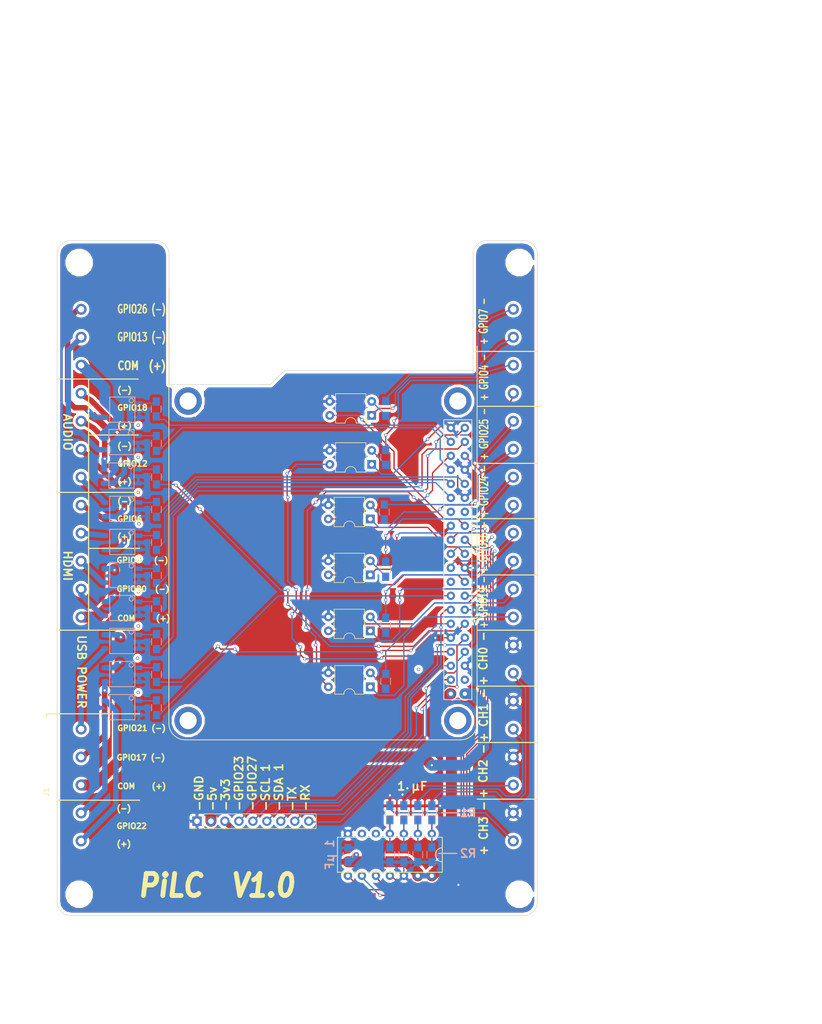
<source format=kicad_pcb>
(kicad_pcb (version 4) (host pcbnew 4.0.6)
  (layers (0 F.Cu signal) (31 B.Cu signal) (34 B.Paste user) (35 F.Paste user) (36 B.SilkS user) (37 F.SilkS user) (38 B.Mask user) (39 F.Mask user) (44 Edge.Cuts user))
  (net 0 "")
  (net 1 "Net-(R11-Pad1)")
  (net 2 "Net-(R12-Pad1)")
  (net 3 "Net-(R13-Pad1)")
  (net 4 "Net-(R14-Pad1)")
  (net 5 "Net-(R15-Pad1)")
  (net 6 "Net-(R16-Pad1)")
  (net 7 GND)
  (net 8 +3V3)
  (net 9 "Net-(C2-Pad2)")
  (net 10 "Net-(C3-Pad2)")
  (net 11 "Net-(C4-Pad2)")
  (net 12 "Net-(C5-Pad2)")
  (net 13 CLK)
  (net 14 SS)
  (net 15 MOSI)
  (net 16 MISO)
  (net 17 DI0)
  (net 18 DO7)
  (net 19 DI2)
  (net 20 DO62)
  (net 21 DO61)
  (net 22 DI3)
  (net 23 DO52)
  (net 24 DI4)
  (net 25 DI5)
  (net 26 DO51)
  (net 27 DO4)
  (net 28 DO3)
  (net 29 DO12)
  (net 30 DO2)
  (net 31 DI1)
  (net 32 DO11)
  (net 33 "Net-(J3-Pad1)")
  (net 34 "Net-(J3-Pad3)")
  (net 35 "Net-(J3-Pad5)")
  (net 36 "Net-(J3-Pad7)")
  (net 37 "Net-(J3-Pad9)")
  (net 38 "Net-(J3-Pad10)")
  (net 39 "Net-(J3-Pad11)")
  (net 40 "Net-(J3-Pad12)")
  (net 41 "Net-(J3-Pad13)")
  (net 42 "Net-(J3-Pad14)")
  (net 43 "Net-(J3-Pad15)")
  (net 44 "Net-(J3-Pad16)")
  (net 45 "Net-(J3-Pad17)")
  (net 46 "Net-(J3-Pad18)")
  (net 47 "Net-(J3-Pad19)")
  (net 48 "Net-(J3-Pad20)")
  (net 49 +5V)
  (net 50 TX)
  (net 51 RX)
  (net 52 Exp4)
  (net 53 Exp3)
  (net 54 Exp2)
  (net 55 Exp1)
  (net 56 "Net-(J1-Pad1)")
  (net 57 "Net-(J1-Pad2)")
  (net 58 "Net-(J1-Pad12)")
  (net 59 "Net-(J1-Pad13)")
  (net 60 "Net-(J1-Pad14)")
  (net 61 "Net-(J1-Pad15)")
  (net 62 "Net-(J1-Pad16)")
  (net 63 "Net-(J1-Pad17)")
  (net 64 "Net-(R1-Pad1)")
  (net 65 "Net-(R2-Pad1)")
  (net 66 "Net-(R3-Pad1)")
  (net 67 "Net-(R4-Pad1)")
  (net 68 "Net-(R5-Pad1)")
  (net 69 "Net-(R6-Pad1)")
  (net 70 "Net-(R7-Pad1)")
  (net 71 "Net-(R8-Pad1)")
  (net 72 "Net-(R9-Pad1)")
  (net 73 "Net-(R10-Pad1)")
  (net 74 /8_9_COM)
  (net 75 /6_7_COM)
  (net 76 /1_2_COM)
  (net 77 /9-)
  (net 78 /8-)
  (net 79 /7-)
  (net 80 /6-)
  (net 81 /2-)
  (net 82 /1-)
  (module Resistors_SMD:R_0805_HandSoldering (layer B.Cu) (at 17.9832 30.5816 270)
    (fp_text reference R1 hide)
    (fp_text value 330)
    (pad 1 smd rect (at -1.35 0 270) (size 1.5 1.3) (layers B.Cu B.Paste B.Mask) (net 64 "Net-(R1-Pad1)"))
    (pad 2 smd rect (at 1.35 0 270) (size 1.5 1.3) (layers B.Cu B.Paste B.Mask) (net 32 DO11))
  )
  (module Resistors_SMD:R_0805_HandSoldering (layer B.Cu) (at 18.034 36.83 270)
    (fp_text reference R2 hide)
    (fp_text value 200)
    (pad 1 smd rect (at -1.35 0 270) (size 1.5 1.3) (layers B.Cu B.Paste B.Mask) (net 65 "Net-(R2-Pad1)"))
    (pad 2 smd rect (at 1.35 0 270) (size 1.5 1.3) (layers B.Cu B.Paste B.Mask) (net 29 DO12))
  )
  (module Resistors_SMD:R_0805_HandSoldering (layer B.Cu) (at 18.034 42.926 270)
    (fp_text reference R3 hide)
    (fp_text value 200)
    (pad 1 smd rect (at -1.35 0 270) (size 1.5 1.3) (layers B.Cu B.Paste B.Mask) (net 66 "Net-(R3-Pad1)"))
    (pad 2 smd rect (at 1.35 0 270) (size 1.5 1.3) (layers B.Cu B.Paste B.Mask) (net 30 DO2))
  )
  (module Resistors_SMD:R_0805_HandSoldering (layer B.Cu) (at 18.0372 48.8146 270)
    (fp_text reference R4 hide)
    (fp_text value 200)
    (pad 1 smd rect (at -1.35 0 270) (size 1.5 1.3) (layers B.Cu B.Paste B.Mask) (net 67 "Net-(R4-Pad1)"))
    (pad 2 smd rect (at 1.35 0 270) (size 1.5 1.3) (layers B.Cu B.Paste B.Mask) (net 28 DO3))
  )
  (module Resistors_SMD:R_0805_HandSoldering (layer B.Cu) (at 18.0372 54.8146 270)
    (fp_text reference R5 hide)
    (fp_text value 200)
    (pad 1 smd rect (at -1.35 0 270) (size 1.5 1.3) (layers B.Cu B.Paste B.Mask) (net 68 "Net-(R5-Pad1)"))
    (pad 2 smd rect (at 1.35 0 270) (size 1.5 1.3) (layers B.Cu B.Paste B.Mask) (net 27 DO4))
  )
  (module Resistors_SMD:R_0805_HandSoldering (layer B.Cu) (at 18.0372 60.8146 270)
    (fp_text reference R6 hide)
    (fp_text value 200)
    (pad 1 smd rect (at -1.35 0 270) (size 1.5 1.3) (layers B.Cu B.Paste B.Mask) (net 69 "Net-(R6-Pad1)"))
    (pad 2 smd rect (at 1.35 0 270) (size 1.5 1.3) (layers B.Cu B.Paste B.Mask) (net 26 DO51))
  )
  (module Resistors_SMD:R_0805_HandSoldering (layer B.Cu) (at 18.0372 66.8146 270)
    (fp_text reference R7 hide)
    (fp_text value 200)
    (pad 1 smd rect (at -1.35 0 270) (size 1.5 1.3) (layers B.Cu B.Paste B.Mask) (net 70 "Net-(R7-Pad1)"))
    (pad 2 smd rect (at 1.35 0 270) (size 1.5 1.3) (layers B.Cu B.Paste B.Mask) (net 23 DO52))
  )
  (module Resistors_SMD:R_0805_HandSoldering (layer B.Cu) (at 18.0372 72.8146 270)
    (fp_text reference R8 hide)
    (fp_text value 200)
    (pad 1 smd rect (at -1.35 0 270) (size 1.5 1.3) (layers B.Cu B.Paste B.Mask) (net 71 "Net-(R8-Pad1)"))
    (pad 2 smd rect (at 1.35 0 270) (size 1.5 1.3) (layers B.Cu B.Paste B.Mask) (net 21 DO61))
  )
  (module Resistors_SMD:R_0805_HandSoldering (layer B.Cu) (at 18.0372 78.8146 270)
    (fp_text reference R9 hide)
    (fp_text value 200)
    (pad 1 smd rect (at -1.35 0 270) (size 1.5 1.3) (layers B.Cu B.Paste B.Mask) (net 72 "Net-(R9-Pad1)"))
    (pad 2 smd rect (at 1.35 0 270) (size 1.5 1.3) (layers B.Cu B.Paste B.Mask) (net 20 DO62))
  )
  (module Resistors_SMD:R_0805_HandSoldering (layer B.Cu) (at 18.0372 84.8146 270)
    (fp_text reference R10 hide)
    (fp_text value 200)
    (pad 1 smd rect (at -1.35 0 270) (size 1.5 1.3) (layers B.Cu B.Paste B.Mask) (net 73 "Net-(R10-Pad1)"))
    (pad 2 smd rect (at 1.35 0 270) (size 1.5 1.3) (layers B.Cu B.Paste B.Mask) (net 18 DO7))
  )
  (module Resistors_SMD:R_0805_HandSoldering (layer B.Cu) (at 59.69 80.01 90)
    (fp_text reference R11 hide)
    (fp_text value 200)
    (pad 1 smd rect (at -1.35 0 90) (size 1.5 1.3) (layers B.Cu B.Paste B.Mask) (net 1 "Net-(R11-Pad1)"))
    (pad 2 smd rect (at 1.35 0 90) (size 1.5 1.3) (layers B.Cu B.Paste B.Mask) (net 38 "Net-(J3-Pad10)"))
  )
  (module Resistors_SMD:R_0805_HandSoldering (layer B.Cu) (at 59.69 69.85 90)
    (fp_text reference R12 hide)
    (fp_text value 200)
    (pad 1 smd rect (at -1.35 0 90) (size 1.5 1.3) (layers B.Cu B.Paste B.Mask) (net 2 "Net-(R12-Pad1)"))
    (pad 2 smd rect (at 1.35 0 90) (size 1.5 1.3) (layers B.Cu B.Paste B.Mask) (net 40 "Net-(J3-Pad12)"))
  )
  (module Resistors_SMD:R_0805_HandSoldering (layer B.Cu) (at 59.69 59.69 90)
    (fp_text reference R13 hide)
    (fp_text value 200)
    (pad 1 smd rect (at -1.35 0 90) (size 1.5 1.3) (layers B.Cu B.Paste B.Mask) (net 3 "Net-(R13-Pad1)"))
    (pad 2 smd rect (at 1.35 0 90) (size 1.5 1.3) (layers B.Cu B.Paste B.Mask) (net 42 "Net-(J3-Pad14)"))
  )
  (module Resistors_SMD:R_0805_HandSoldering (layer B.Cu) (at 59.436 49.276 90)
    (fp_text reference R14 hide)
    (fp_text value 200)
    (pad 1 smd rect (at -1.35 0 90) (size 1.5 1.3) (layers B.Cu B.Paste B.Mask) (net 4 "Net-(R14-Pad1)"))
    (pad 2 smd rect (at 1.35 0 90) (size 1.5 1.3) (layers B.Cu B.Paste B.Mask) (net 44 "Net-(J3-Pad16)"))
  )
  (module Resistors_SMD:R_0805_HandSoldering (layer B.Cu) (at 59.69 39.37 90)
    (fp_text reference R15 hide)
    (fp_text value 200)
    (pad 1 smd rect (at -1.35 0 90) (size 1.5 1.3) (layers B.Cu B.Paste B.Mask) (net 5 "Net-(R15-Pad1)"))
    (pad 2 smd rect (at 1.35 0 90) (size 1.5 1.3) (layers B.Cu B.Paste B.Mask) (net 46 "Net-(J3-Pad18)"))
  )
  (module Resistors_SMD:R_0805_HandSoldering (layer B.Cu) (at 59.69 30.48 90)
    (fp_text reference R16 hide)
    (fp_text value 200)
    (pad 1 smd rect (at -1.35 0 90) (size 1.5 1.3) (layers B.Cu B.Paste B.Mask) (net 6 "Net-(R16-Pad1)"))
    (pad 2 smd rect (at 1.35 0 90) (size 1.5 1.3) (layers B.Cu B.Paste B.Mask) (net 48 "Net-(J3-Pad20)"))
  )
  (module Resistors_SMD:R_0805_HandSoldering (layer B.Cu) (at 60.452 103.886 270)
    (fp_text reference R17 hide)
    (fp_text value R)
    (pad 1 smd rect (at -1.35 0 270) (size 1.5 1.3) (layers B.Cu B.Paste B.Mask) (net 33 "Net-(J3-Pad1)"))
    (pad 2 smd rect (at 1.35 0 270) (size 1.5 1.3) (layers B.Cu B.Paste B.Mask) (net 11 "Net-(C4-Pad2)"))
  )
  (module Resistors_SMD:R_0805_HandSoldering (layer B.Cu) (at 60.452 111.506 90)
    (fp_text reference R18 hide)
    (fp_text value R)
    (pad 1 smd rect (at -1.35 0 90) (size 1.5 1.3) (layers B.Cu B.Paste B.Mask) (net 7 GND))
    (pad 2 smd rect (at 1.35 0 90) (size 1.5 1.3) (layers B.Cu B.Paste B.Mask) (net 11 "Net-(C4-Pad2)"))
  )
  (module Resistors_SMD:R_0805_HandSoldering (layer B.Cu) (at 62.992 103.886 270)
    (fp_text reference R19 hide)
    (fp_text value R)
    (pad 1 smd rect (at -1.35 0 270) (size 1.5 1.3) (layers B.Cu B.Paste B.Mask) (net 34 "Net-(J3-Pad3)"))
    (pad 2 smd rect (at 1.35 0 270) (size 1.5 1.3) (layers B.Cu B.Paste B.Mask) (net 10 "Net-(C3-Pad2)"))
  )
  (module Resistors_SMD:R_0805_HandSoldering (layer B.Cu) (at 62.992 111.506 90)
    (fp_text reference R20 hide)
    (fp_text value R)
    (pad 1 smd rect (at -1.35 0 90) (size 1.5 1.3) (layers B.Cu B.Paste B.Mask) (net 7 GND))
    (pad 2 smd rect (at 1.35 0 90) (size 1.5 1.3) (layers B.Cu B.Paste B.Mask) (net 10 "Net-(C3-Pad2)"))
  )
  (module Resistors_SMD:R_0805_HandSoldering (layer B.Cu) (at 65.532 103.886 270)
    (fp_text reference R21 hide)
    (fp_text value R)
    (pad 1 smd rect (at -1.35 0 270) (size 1.5 1.3) (layers B.Cu B.Paste B.Mask) (net 35 "Net-(J3-Pad5)"))
    (pad 2 smd rect (at 1.35 0 270) (size 1.5 1.3) (layers B.Cu B.Paste B.Mask) (net 12 "Net-(C5-Pad2)"))
  )
  (module Resistors_SMD:R_0805_HandSoldering (layer B.Cu) (at 65.532 111.506 90)
    (fp_text reference R22 hide)
    (fp_text value R)
    (pad 1 smd rect (at -1.35 0 90) (size 1.5 1.3) (layers B.Cu B.Paste B.Mask) (net 7 GND))
    (pad 2 smd rect (at 1.35 0 90) (size 1.5 1.3) (layers B.Cu B.Paste B.Mask) (net 12 "Net-(C5-Pad2)"))
  )
  (module Resistors_SMD:R_0805_HandSoldering (layer B.Cu) (at 68.072 103.886 270)
    (fp_text reference R23 hide)
    (fp_text value R)
    (pad 1 smd rect (at -1.35 0 270) (size 1.5 1.3) (layers B.Cu B.Paste B.Mask) (net 36 "Net-(J3-Pad7)"))
    (pad 2 smd rect (at 1.35 0 270) (size 1.5 1.3) (layers B.Cu B.Paste B.Mask) (net 9 "Net-(C2-Pad2)"))
  )
  (module Resistors_SMD:R_0805_HandSoldering (layer B.Cu) (at 68.072 111.506 90)
    (fp_text reference R24 hide)
    (fp_text value R hide)
    (pad 1 smd rect (at -1.35 0 90) (size 1.5 1.3) (layers B.Cu B.Paste B.Mask) (net 7 GND))
    (pad 2 smd rect (at 1.35 0 90) (size 1.5 1.3) (layers B.Cu B.Paste B.Mask) (net 9 "Net-(C2-Pad2)"))
  )
  (module Housings_DIP:DIP-4_W7.62mm (layer F.Cu) (at 56.896 70.866 180)
    (fp_text reference U13 hide)
    (fp_text value LTV-814)
    (pad 1 thru_hole rect (at 0 0 180) (size 1.6 1.6) (drill 0.8) (layers *.Cu *.Mask) (net 39 "Net-(J3-Pad11)"))
    (pad 3 thru_hole oval (at 7.62 2.54 180) (size 1.6 1.6) (drill 0.8) (layers *.Cu *.Mask) (net 7 GND))
    (pad 2 thru_hole oval (at 0 2.54 180) (size 1.6 1.6) (drill 0.8) (layers *.Cu *.Mask) (net 2 "Net-(R12-Pad1)"))
    (pad 4 thru_hole oval (at 7.62 0 180) (size 1.6 1.6) (drill 0.8) (layers *.Cu *.Mask) (net 31 DI1))
  )
  (module Housings_DIP:DIP-4_W7.62mm (layer F.Cu) (at 56.896 60.706 180)
    (fp_text reference U14 hide)
    (fp_text value LTV-814)
    (pad 1 thru_hole rect (at 0 0 180) (size 1.6 1.6) (drill 0.8) (layers *.Cu *.Mask) (net 41 "Net-(J3-Pad13)"))
    (pad 3 thru_hole oval (at 7.62 2.54 180) (size 1.6 1.6) (drill 0.8) (layers *.Cu *.Mask) (net 7 GND))
    (pad 2 thru_hole oval (at 0 2.54 180) (size 1.6 1.6) (drill 0.8) (layers *.Cu *.Mask) (net 3 "Net-(R13-Pad1)"))
    (pad 4 thru_hole oval (at 7.62 0 180) (size 1.6 1.6) (drill 0.8) (layers *.Cu *.Mask) (net 19 DI2))
  )
  (module Housings_DIP:DIP-4_W7.62mm (layer F.Cu) (at 56.896 50.546 180)
    (fp_text reference U15 hide)
    (fp_text value LTV-814)
    (pad 1 thru_hole rect (at 0 0 180) (size 1.6 1.6) (drill 0.8) (layers *.Cu *.Mask) (net 43 "Net-(J3-Pad15)"))
    (pad 3 thru_hole oval (at 7.62 2.54 180) (size 1.6 1.6) (drill 0.8) (layers *.Cu *.Mask) (net 7 GND))
    (pad 2 thru_hole oval (at 0 2.54 180) (size 1.6 1.6) (drill 0.8) (layers *.Cu *.Mask) (net 4 "Net-(R14-Pad1)"))
    (pad 4 thru_hole oval (at 7.62 0 180) (size 1.6 1.6) (drill 0.8) (layers *.Cu *.Mask) (net 22 DI3))
  )
  (module Housings_DIP:DIP-4_W7.62mm (layer F.Cu) (at 57.15 40.64 180)
    (fp_text reference U16 hide)
    (fp_text value LTV-814)
    (pad 1 thru_hole rect (at 0 0 180) (size 1.6 1.6) (drill 0.8) (layers *.Cu *.Mask) (net 45 "Net-(J3-Pad17)"))
    (pad 3 thru_hole oval (at 7.62 2.54 180) (size 1.6 1.6) (drill 0.8) (layers *.Cu *.Mask) (net 7 GND))
    (pad 2 thru_hole oval (at 0 2.54 180) (size 1.6 1.6) (drill 0.8) (layers *.Cu *.Mask) (net 5 "Net-(R15-Pad1)"))
    (pad 4 thru_hole oval (at 7.62 0 180) (size 1.6 1.6) (drill 0.8) (layers *.Cu *.Mask) (net 24 DI4))
  )
  (module Housings_DIP:DIP-4_W7.62mm (layer F.Cu) (at 57.15 31.75 180)
    (fp_text reference U17 hide)
    (fp_text value LTV-814)
    (pad 1 thru_hole rect (at 0 0 180) (size 1.6 1.6) (drill 0.8) (layers *.Cu *.Mask) (net 47 "Net-(J3-Pad19)"))
    (pad 3 thru_hole oval (at 7.62 2.54 180) (size 1.6 1.6) (drill 0.8) (layers *.Cu *.Mask) (net 7 GND))
    (pad 2 thru_hole oval (at 0 2.54 180) (size 1.6 1.6) (drill 0.8) (layers *.Cu *.Mask) (net 6 "Net-(R16-Pad1)"))
    (pad 4 thru_hole oval (at 7.62 0 180) (size 1.6 1.6) (drill 0.8) (layers *.Cu *.Mask) (net 25 DI5))
  )
  (module Capacitors_SMD:C_0805_HandSoldering (layer B.Cu) (at 52.832 111.506 270)
    (fp_text reference C1 hide)
    (fp_text value C)
    (pad 1 smd rect (at -1.25 0 270) (size 1.5 1.25) (layers B.Cu B.Paste B.Mask) (net 7 GND))
    (pad 2 smd rect (at 1.25 0 270) (size 1.5 1.25) (layers B.Cu B.Paste B.Mask) (net 8 +3V3))
  )
  (module Capacitors_SMD:C_0805_HandSoldering (layer F.Cu) (at 68.072 103.886 270)
    (fp_text reference C2 hide)
    (fp_text value C)
    (pad 1 smd rect (at -1.25 0 270) (size 1.5 1.25) (layers F.Cu F.Paste F.Mask) (net 7 GND))
    (pad 2 smd rect (at 1.25 0 270) (size 1.5 1.25) (layers F.Cu F.Paste F.Mask) (net 9 "Net-(C2-Pad2)"))
  )
  (module Capacitors_SMD:C_0805_HandSoldering (layer F.Cu) (at 62.992 103.886 270)
    (fp_text reference C3 hide)
    (fp_text value C)
    (pad 1 smd rect (at -1.25 0 270) (size 1.5 1.25) (layers F.Cu F.Paste F.Mask) (net 7 GND))
    (pad 2 smd rect (at 1.25 0 270) (size 1.5 1.25) (layers F.Cu F.Paste F.Mask) (net 10 "Net-(C3-Pad2)"))
  )
  (module Capacitors_SMD:C_0805_HandSoldering (layer F.Cu) (at 60.452 103.886 270)
    (fp_text reference C4 hide)
    (fp_text value C)
    (pad 1 smd rect (at -1.25 0 270) (size 1.5 1.25) (layers F.Cu F.Paste F.Mask) (net 7 GND))
    (pad 2 smd rect (at 1.25 0 270) (size 1.5 1.25) (layers F.Cu F.Paste F.Mask) (net 11 "Net-(C4-Pad2)"))
  )
  (module Capacitors_SMD:C_0805_HandSoldering (layer F.Cu) (at 65.532 103.886 270)
    (fp_text reference C5 hide)
    (fp_text value C hide)
    (pad 1 smd rect (at -1.25 0 270) (size 1.5 1.25) (layers F.Cu F.Paste F.Mask) (net 7 GND))
    (pad 2 smd rect (at 1.25 0 270) (size 1.5 1.25) (layers F.Cu F.Paste F.Mask) (net 12 "Net-(C5-Pad2)"))
  )
  (module omron:omron_g3vm_61gr2 (layer B.Cu) (at 11.8312 30.7036)
    (fp_text reference U1 hide)
    (fp_text value G3VM-61GR2)
    (pad 1 smd rect (at 3.048 -1.143 270) (size 0.8 1.2) (layers B.Cu B.Paste B.Mask) (net 64 "Net-(R1-Pad1)"))
    (pad 2 smd rect (at 3.048 1.397 270) (size 0.8 1.2) (layers B.Cu B.Paste B.Mask) (net 7 GND))
    (pad 3 smd rect (at -3.152 1.397 270) (size 0.8 1.2) (layers B.Cu B.Paste B.Mask) (net 82 /1-))
    (pad 4 smd rect (at -3.152 -1.143 270) (size 0.8 1.2) (layers B.Cu B.Paste B.Mask) (net 76 /1_2_COM))
  )
  (module omron:omron_g3vm_61gr2 (layer B.Cu) (at 11.684 36.576)
    (fp_text reference U2 hide)
    (fp_text value G3VM-61GR2)
    (pad 1 smd rect (at 3.048 -1.143 270) (size 0.8 1.2) (layers B.Cu B.Paste B.Mask) (net 65 "Net-(R2-Pad1)"))
    (pad 2 smd rect (at 3.048 1.397 270) (size 0.8 1.2) (layers B.Cu B.Paste B.Mask) (net 7 GND))
    (pad 3 smd rect (at -3.152 1.397 270) (size 0.8 1.2) (layers B.Cu B.Paste B.Mask) (net 81 /2-))
    (pad 4 smd rect (at -3.152 -1.143 270) (size 0.8 1.2) (layers B.Cu B.Paste B.Mask) (net 76 /1_2_COM))
  )
  (module omron:omron_g3vm_61gr2 (layer B.Cu) (at 11.684 42.672)
    (fp_text reference U3 hide)
    (fp_text value G3VM-61GR2)
    (pad 1 smd rect (at 3.048 -1.143 270) (size 0.8 1.2) (layers B.Cu B.Paste B.Mask) (net 66 "Net-(R3-Pad1)"))
    (pad 2 smd rect (at 3.048 1.397 270) (size 0.8 1.2) (layers B.Cu B.Paste B.Mask) (net 7 GND))
    (pad 3 smd rect (at -3.152 1.397 270) (size 0.8 1.2) (layers B.Cu B.Paste B.Mask) (net 63 "Net-(J1-Pad17)"))
    (pad 4 smd rect (at -3.152 -1.143 270) (size 0.8 1.2) (layers B.Cu B.Paste B.Mask) (net 62 "Net-(J1-Pad16)"))
  )
  (module omron:omron_g3vm_61gr2 (layer B.Cu) (at 11.8312 48.7036)
    (fp_text reference U4 hide)
    (fp_text value G3VM-61GR2)
    (pad 1 smd rect (at 3.048 -1.143 270) (size 0.8 1.2) (layers B.Cu B.Paste B.Mask) (net 67 "Net-(R4-Pad1)"))
    (pad 2 smd rect (at 3.048 1.397 270) (size 0.8 1.2) (layers B.Cu B.Paste B.Mask) (net 7 GND))
    (pad 3 smd rect (at -3.152 1.397 270) (size 0.8 1.2) (layers B.Cu B.Paste B.Mask) (net 61 "Net-(J1-Pad15)"))
    (pad 4 smd rect (at -3.152 -1.143 270) (size 0.8 1.2) (layers B.Cu B.Paste B.Mask) (net 60 "Net-(J1-Pad14)"))
  )
  (module omron:omron_g3vm_61gr2 (layer B.Cu) (at 11.8312 54.7036)
    (fp_text reference U5 hide)
    (fp_text value G3VM-61GR2)
    (pad 1 smd rect (at 3.048 -1.143 270) (size 0.8 1.2) (layers B.Cu B.Paste B.Mask) (net 68 "Net-(R5-Pad1)"))
    (pad 2 smd rect (at 3.048 1.397 270) (size 0.8 1.2) (layers B.Cu B.Paste B.Mask) (net 7 GND))
    (pad 3 smd rect (at -3.152 1.397 270) (size 0.8 1.2) (layers B.Cu B.Paste B.Mask) (net 59 "Net-(J1-Pad13)"))
    (pad 4 smd rect (at -3.152 -1.143 270) (size 0.8 1.2) (layers B.Cu B.Paste B.Mask) (net 58 "Net-(J1-Pad12)"))
  )
  (module omron:omron_g3vm_61gr2 (layer B.Cu) (at 11.8312 60.7036)
    (fp_text reference U6 hide)
    (fp_text value G3VM-61GR2)
    (pad 1 smd rect (at 3.048 -1.143 270) (size 0.8 1.2) (layers B.Cu B.Paste B.Mask) (net 69 "Net-(R6-Pad1)"))
    (pad 2 smd rect (at 3.048 1.397 270) (size 0.8 1.2) (layers B.Cu B.Paste B.Mask) (net 7 GND))
    (pad 3 smd rect (at -3.152 1.397 270) (size 0.8 1.2) (layers B.Cu B.Paste B.Mask) (net 80 /6-))
    (pad 4 smd rect (at -3.152 -1.143 270) (size 0.8 1.2) (layers B.Cu B.Paste B.Mask) (net 75 /6_7_COM))
  )
  (module omron:omron_g3vm_61gr2 (layer B.Cu) (at 11.8312 66.7036)
    (fp_text reference U7 hide)
    (fp_text value G3VM-61GR2)
    (pad 1 smd rect (at 3.048 -1.143 270) (size 0.8 1.2) (layers B.Cu B.Paste B.Mask) (net 70 "Net-(R7-Pad1)"))
    (pad 2 smd rect (at 3.048 1.397 270) (size 0.8 1.2) (layers B.Cu B.Paste B.Mask) (net 7 GND))
    (pad 3 smd rect (at -3.152 1.397 270) (size 0.8 1.2) (layers B.Cu B.Paste B.Mask) (net 79 /7-))
    (pad 4 smd rect (at -3.152 -1.143 270) (size 0.8 1.2) (layers B.Cu B.Paste B.Mask) (net 75 /6_7_COM))
  )
  (module omron:omron_g3vm_61gr2 (layer B.Cu) (at 11.8312 72.7036)
    (fp_text reference U8 hide)
    (fp_text value G3VM-61GR2)
    (pad 1 smd rect (at 3.048 -1.143 270) (size 0.8 1.2) (layers B.Cu B.Paste B.Mask) (net 71 "Net-(R8-Pad1)"))
    (pad 2 smd rect (at 3.048 1.397 270) (size 0.8 1.2) (layers B.Cu B.Paste B.Mask) (net 7 GND))
    (pad 3 smd rect (at -3.152 1.397 270) (size 0.8 1.2) (layers B.Cu B.Paste B.Mask) (net 78 /8-))
    (pad 4 smd rect (at -3.152 -1.143 270) (size 0.8 1.2) (layers B.Cu B.Paste B.Mask) (net 74 /8_9_COM))
  )
  (module omron:omron_g3vm_61gr2 (layer B.Cu) (at 11.8312 78.7036)
    (fp_text reference U9 hide)
    (fp_text value G3VM-61GR2)
    (pad 1 smd rect (at 3.048 -1.143 270) (size 0.8 1.2) (layers B.Cu B.Paste B.Mask) (net 72 "Net-(R9-Pad1)"))
    (pad 2 smd rect (at 3.048 1.397 270) (size 0.8 1.2) (layers B.Cu B.Paste B.Mask) (net 7 GND))
    (pad 3 smd rect (at -3.152 1.397 270) (size 0.8 1.2) (layers B.Cu B.Paste B.Mask) (net 77 /9-))
    (pad 4 smd rect (at -3.152 -1.143 270) (size 0.8 1.2) (layers B.Cu B.Paste B.Mask) (net 74 /8_9_COM))
  )
  (module omron:omron_g3vm_61gr2 (layer B.Cu) (at 11.8312 84.7036)
    (fp_text reference U10 hide)
    (fp_text value G3VM-61GR2)
    (pad 1 smd rect (at 3.048 -1.143 270) (size 0.8 1.2) (layers B.Cu B.Paste B.Mask) (net 73 "Net-(R10-Pad1)"))
    (pad 2 smd rect (at 3.048 1.397 270) (size 0.8 1.2) (layers B.Cu B.Paste B.Mask) (net 7 GND))
    (pad 3 smd rect (at -3.152 1.397 270) (size 0.8 1.2) (layers B.Cu B.Paste B.Mask) (net 57 "Net-(J1-Pad2)"))
    (pad 4 smd rect (at -3.152 -1.143 270) (size 0.8 1.2) (layers B.Cu B.Paste B.Mask) (net 56 "Net-(J1-Pad1)"))
  )
  (module PiLC:mcp3204 (layer F.Cu) (at 62.992 111.506 270)
    (fp_text reference U11 hide)
    (fp_text value MCP3204)
    (pad 1 thru_hole circle (at -3.81 -5.08 270) (size 1.524 1.524) (drill 0.762) (layers *.Cu *.Mask) (net 9 "Net-(C2-Pad2)"))
    (pad 2 thru_hole circle (at -3.81 -2.54 270) (size 1.524 1.524) (drill 0.762) (layers *.Cu *.Mask) (net 12 "Net-(C5-Pad2)"))
    (pad 3 thru_hole circle (at -3.81 0 270) (size 1.524 1.524) (drill 0.762) (layers *.Cu *.Mask) (net 10 "Net-(C3-Pad2)"))
    (pad 4 thru_hole circle (at -3.81 2.54 270) (size 1.524 1.524) (drill 0.762) (layers *.Cu *.Mask) (net 11 "Net-(C4-Pad2)"))
    (pad 5 thru_hole circle (at -3.81 5.08 270) (size 1.524 1.524) (drill 0.762) (layers *.Cu *.Mask))
    (pad 6 thru_hole circle (at -3.81 7.62 270) (size 1.524 1.524) (drill 0.762) (layers *.Cu *.Mask))
    (pad 7 thru_hole circle (at -3.81 10.16 270) (size 1.524 1.524) (drill 0.762) (layers *.Cu *.Mask) (net 7 GND))
    (pad 8 thru_hole circle (at 3.81 10.16 270) (size 1.524 1.524) (drill 0.762) (layers *.Cu *.Mask) (net 14 SS))
    (pad 9 thru_hole circle (at 3.81 7.62 270) (size 1.524 1.524) (drill 0.762) (layers *.Cu *.Mask) (net 15 MOSI))
    (pad 10 thru_hole circle (at 3.81 5.08 270) (size 1.524 1.524) (drill 0.762) (layers *.Cu *.Mask) (net 16 MISO))
    (pad 11 thru_hole circle (at 3.81 2.54 270) (size 1.524 1.524) (drill 0.762) (layers *.Cu *.Mask) (net 13 CLK))
    (pad 12 thru_hole circle (at 3.81 0 270) (size 1.524 1.524) (drill 0.762) (layers *.Cu *.Mask) (net 7 GND))
    (pad 13 thru_hole circle (at 3.81 -2.54 270) (size 1.524 1.524) (drill 0.762) (layers *.Cu *.Mask) (net 8 +3V3))
    (pad 14 thru_hole circle (at 3.81 -5.08 270) (size 1.524 1.524) (drill 0.762) (layers *.Cu *.Mask) (net 8 +3V3))
  )
  (module Housings_DIP:DIP-4_W7.62mm (layer F.Cu) (at 56.896 81.026 180)
    (fp_text reference U12 hide)
    (fp_text value LTV-814)
    (pad 1 thru_hole rect (at 0 0 180) (size 1.6 1.6) (drill 0.8) (layers *.Cu *.Mask) (net 37 "Net-(J3-Pad9)"))
    (pad 3 thru_hole oval (at 7.62 2.54 180) (size 1.6 1.6) (drill 0.8) (layers *.Cu *.Mask) (net 7 GND))
    (pad 2 thru_hole oval (at 0 2.54 180) (size 1.6 1.6) (drill 0.8) (layers *.Cu *.Mask) (net 1 "Net-(R11-Pad1)"))
    (pad 4 thru_hole oval (at 7.62 0 180) (size 1.6 1.6) (drill 0.8) (layers *.Cu *.Mask) (net 17 DI0))
  )
  (module Pin_Headers:Pin_Header_Straight_1x09_Pitch2.54mm (layer F.Cu) (at 25.4 105.41 90)
    (fp_text reference J4 hide)
    (fp_text value CONN_01X09)
    (pad 1 thru_hole rect (at 0 0 90) (size 1.7 1.7) (drill 1) (layers *.Cu *.Mask) (net 7 GND))
    (pad 2 thru_hole oval (at 0 2.54 90) (size 1.7 1.7) (drill 1) (layers *.Cu *.Mask) (net 49 +5V))
    (pad 3 thru_hole oval (at 0 5.08 90) (size 1.7 1.7) (drill 1) (layers *.Cu *.Mask) (net 8 +3V3))
    (pad 4 thru_hole oval (at 0 7.62 90) (size 1.7 1.7) (drill 1) (layers *.Cu *.Mask) (net 55 Exp1))
    (pad 5 thru_hole oval (at 0 10.16 90) (size 1.7 1.7) (drill 1) (layers *.Cu *.Mask) (net 54 Exp2))
    (pad 6 thru_hole oval (at 0 12.7 90) (size 1.7 1.7) (drill 1) (layers *.Cu *.Mask) (net 53 Exp3))
    (pad 7 thru_hole oval (at 0 15.24 90) (size 1.7 1.7) (drill 1) (layers *.Cu *.Mask) (net 52 Exp4))
    (pad 8 thru_hole oval (at 0 17.78 90) (size 1.7 1.7) (drill 1) (layers *.Cu *.Mask) (net 50 TX))
    (pad 9 thru_hole oval (at 0 20.32 90) (size 1.7 1.7) (drill 1) (layers *.Cu *.Mask) (net 51 RX))
  )
  (module .pretty:corner_drill (layer F.Cu) (at 4 4)
    (fp_text reference REF** (at 0 0.5) (layer F.SilkS))
    (fp_text value corner_drill)
    (pad "" np_thru_hole circle (at 0 0) (size 4 4) (drill 4) (layers *.Cu *.Mask))
  )
  (module .pretty:corner_drill (layer F.Cu) (at 83.95 4)
    (fp_text reference REF** (at 0 0.5) (layer F.SilkS))
    (fp_text value corner_drill)
    (pad "" np_thru_hole circle (at 0 0) (size 4 4) (drill 4) (layers *.Cu *.Mask))
  )
  (module .pretty:corner_drill (layer F.Cu) (at 4 118.67)
    (fp_text reference REF** (at 0 0.5) (layer F.SilkS))
    (fp_text value corner_drill)
    (pad "" np_thru_hole circle (at 0 0) (size 4 4) (drill 4) (layers *.Cu *.Mask))
  )
  (module .pretty:corner_drill (layer F.Cu) (at 83.95 118.67)
    (fp_text reference REF** (at 0 0.5) (layer F.SilkS))
    (fp_text value corner_drill)
    (pad "" np_thru_hole circle (at 0 0) (size 4 4) (drill 4) (layers *.Cu *.Mask))
  )
  (module PiLC:screw_terminal_regular_20x1_5.08mm (layer F.Cu) (at 4.35 109 90)
    (fp_text reference J1 (at 8.89 -6.35 90) (layer F.SilkS))
    (fp_text value CONN_01X20)
    (pad 1 thru_hole circle (at 0 0 90) (size 2 2) (drill 1.15) (layers *.Cu *.Mask) (net 56 "Net-(J1-Pad1)"))
    (pad 2 thru_hole circle (at 5.08 0 90) (size 2 2) (drill 1.15) (layers *.Cu *.Mask) (net 57 "Net-(J1-Pad2)"))
    (pad 3 thru_hole circle (at 10.16 0 90) (size 2 2) (drill 1.15) (layers *.Cu *.Mask) (net 74 /8_9_COM))
    (pad 4 thru_hole circle (at 15.24 0 90) (size 2 2) (drill 1.15) (layers *.Cu *.Mask) (net 77 /9-))
    (pad 5 thru_hole circle (at 20.32 0 90) (size 2 2) (drill 1.15) (layers *.Cu *.Mask) (net 78 /8-))
    (pad 9 thru_hole circle (at 40.64 0 90) (size 2 2) (drill 1.15) (layers *.Cu *.Mask) (net 75 /6_7_COM))
    (pad 10 thru_hole circle (at 45.72 0 90) (size 2 2) (drill 1.15) (layers *.Cu *.Mask) (net 79 /7-))
    (pad 11 thru_hole circle (at 50.8 0 90) (size 2 2) (drill 1.15) (layers *.Cu *.Mask) (net 80 /6-))
    (pad 12 thru_hole circle (at 55.88 0 90) (size 2 2) (drill 1.15) (layers *.Cu *.Mask) (net 58 "Net-(J1-Pad12)"))
    (pad 13 thru_hole circle (at 60.96 0 90) (size 2 2) (drill 1.15) (layers *.Cu *.Mask) (net 59 "Net-(J1-Pad13)"))
    (pad 14 thru_hole circle (at 66.04 0 90) (size 2 2) (drill 1.15) (layers *.Cu *.Mask) (net 60 "Net-(J1-Pad14)"))
    (pad 15 thru_hole circle (at 71.12 0 90) (size 2 2) (drill 1.15) (layers *.Cu *.Mask) (net 61 "Net-(J1-Pad15)"))
    (pad 16 thru_hole circle (at 76.2 0 90) (size 2 2) (drill 1.15) (layers *.Cu *.Mask) (net 62 "Net-(J1-Pad16)"))
    (pad 17 thru_hole circle (at 81.28 0 90) (size 2 2) (drill 1.15) (layers *.Cu *.Mask) (net 63 "Net-(J1-Pad17)"))
    (pad 18 thru_hole circle (at 86.36 0 90) (size 2 2) (drill 1.15) (layers *.Cu *.Mask) (net 76 /1_2_COM))
    (pad 19 thru_hole circle (at 91.44 0 90) (size 2 2) (drill 1.15) (layers *.Cu *.Mask) (net 81 /2-))
    (pad 20 thru_hole circle (at 96.52 0 90) (size 2 2) (drill 1.15) (layers *.Cu *.Mask) (net 82 /1-))
  )
  (module PiLC:screw_terminal_regular_20x1_5.08mm (layer F.Cu) (at 82.88 109 90)
    (fp_text reference J3 hide)
    (fp_text value CONN_01X20)
    (pad 1 thru_hole circle (at 0 0 90) (size 2 2) (drill 1.15) (layers *.Cu *.Mask) (net 33 "Net-(J3-Pad1)"))
    (pad 2 thru_hole circle (at 5.08 0 90) (size 2 2) (drill 1.15) (layers *.Cu *.Mask) (net 7 GND))
    (pad 3 thru_hole circle (at 10.16 0 90) (size 2 2) (drill 1.15) (layers *.Cu *.Mask) (net 34 "Net-(J3-Pad3)"))
    (pad 4 thru_hole circle (at 15.24 0 90) (size 2 2) (drill 1.15) (layers *.Cu *.Mask) (net 7 GND))
    (pad 5 thru_hole circle (at 20.32 0 90) (size 2 2) (drill 1.15) (layers *.Cu *.Mask) (net 35 "Net-(J3-Pad5)"))
    (pad 6 thru_hole circle (at 25.4 0 90) (size 2 2) (drill 1.15) (layers *.Cu *.Mask) (net 7 GND))
    (pad 7 thru_hole circle (at 30.48 0 90) (size 2 2) (drill 1.15) (layers *.Cu *.Mask) (net 36 "Net-(J3-Pad7)"))
    (pad 8 thru_hole circle (at 35.56 0 90) (size 2 2) (drill 1.15) (layers *.Cu *.Mask) (net 7 GND))
    (pad 9 thru_hole circle (at 40.64 0 90) (size 2 2) (drill 1.15) (layers *.Cu *.Mask) (net 37 "Net-(J3-Pad9)"))
    (pad 10 thru_hole circle (at 45.72 0 90) (size 2 2) (drill 1.15) (layers *.Cu *.Mask) (net 38 "Net-(J3-Pad10)"))
    (pad 11 thru_hole circle (at 50.8 0 90) (size 2 2) (drill 1.15) (layers *.Cu *.Mask) (net 39 "Net-(J3-Pad11)"))
    (pad 12 thru_hole circle (at 55.88 0 90) (size 2 2) (drill 1.15) (layers *.Cu *.Mask) (net 40 "Net-(J3-Pad12)"))
    (pad 13 thru_hole circle (at 60.96 0 90) (size 2 2) (drill 1.15) (layers *.Cu *.Mask) (net 41 "Net-(J3-Pad13)"))
    (pad 14 thru_hole circle (at 66.04 0 90) (size 2 2) (drill 1.15) (layers *.Cu *.Mask) (net 42 "Net-(J3-Pad14)"))
    (pad 15 thru_hole circle (at 71.12 0 90) (size 2 2) (drill 1.15) (layers *.Cu *.Mask) (net 43 "Net-(J3-Pad15)"))
    (pad 16 thru_hole circle (at 76.2 0 90) (size 2 2) (drill 1.15) (layers *.Cu *.Mask) (net 44 "Net-(J3-Pad16)"))
    (pad 17 thru_hole circle (at 81.28 0 90) (size 2 2) (drill 1.15) (layers *.Cu *.Mask) (net 45 "Net-(J3-Pad17)"))
    (pad 18 thru_hole circle (at 86.36 0 90) (size 2 2) (drill 1.15) (layers *.Cu *.Mask) (net 46 "Net-(J3-Pad18)"))
    (pad 19 thru_hole circle (at 91.44 0 90) (size 2 2) (drill 1.15) (layers *.Cu *.Mask) (net 47 "Net-(J3-Pad19)"))
    (pad 20 thru_hole circle (at 96.52 0 90) (size 2 2) (drill 1.15) (layers *.Cu *.Mask) (net 48 "Net-(J3-Pad20)"))
  )
  (module PiLC:ras_pi_less_silk (layer F.Cu) (at 75.16 29.15 270)
    (fp_text reference J2 hide)
    (fp_text value Raspberry_Pi_2_3)
    (pad 1 thru_hole circle (at 53.125 3.635 180) (size 1.524 1.524) (drill 0.762) (layers *.Cu *.Mask) (net 8 +3V3))
    (pad 2 thru_hole circle (at 53.125 1.095 180) (size 1.524 1.524) (drill 0.762) (layers *.Cu *.Mask) (net 49 +5V))
    (pad 3 thru_hole circle (at 50.585 3.635 180) (size 1.524 1.524) (drill 0.762) (layers *.Cu *.Mask) (net 52 Exp4))
    (pad 4 thru_hole circle (at 50.585 1.095 180) (size 1.524 1.524) (drill 0.762) (layers *.Cu *.Mask))
    (pad 5 thru_hole circle (at 48.045 3.635 180) (size 1.524 1.524) (drill 0.762) (layers *.Cu *.Mask) (net 53 Exp3))
    (pad 6 thru_hole circle (at 48.045 1.095 180) (size 1.524 1.524) (drill 0.762) (layers *.Cu *.Mask) (net 7 GND))
    (pad 7 thru_hole circle (at 45.505 3.635 180) (size 1.524 1.524) (drill 0.762) (layers *.Cu *.Mask) (net 24 DI4))
    (pad 8 thru_hole circle (at 45.505 1.095 180) (size 1.524 1.524) (drill 0.762) (layers *.Cu *.Mask) (net 50 TX))
    (pad 9 thru_hole circle (at 42.965 3.635 180) (size 1.524 1.524) (drill 0.762) (layers *.Cu *.Mask) (net 7 GND))
    (pad 10 thru_hole circle (at 42.965 1.095 180) (size 1.524 1.524) (drill 0.762) (layers *.Cu *.Mask) (net 51 RX))
    (pad 11 thru_hole circle (at 40.425 3.635 180) (size 1.524 1.524) (drill 0.762) (layers *.Cu *.Mask) (net 20 DO62))
    (pad 12 thru_hole circle (at 40.425 1.095 180) (size 1.524 1.524) (drill 0.762) (layers *.Cu *.Mask) (net 30 DO2))
    (pad 13 thru_hole circle (at 37.885 3.635 180) (size 1.524 1.524) (drill 0.762) (layers *.Cu *.Mask) (net 54 Exp2))
    (pad 14 thru_hole circle (at 37.885 1.095 180) (size 1.524 1.524) (drill 0.762) (layers *.Cu *.Mask) (net 7 GND))
    (pad 15 thru_hole circle (at 35.345 3.635 180) (size 1.524 1.524) (drill 0.762) (layers *.Cu *.Mask) (net 18 DO7))
    (pad 16 thru_hole circle (at 35.345 1.095 180) (size 1.524 1.524) (drill 0.762) (layers *.Cu *.Mask) (net 55 Exp1))
    (pad 17 thru_hole circle (at 32.805 3.635 180) (size 1.524 1.524) (drill 0.762) (layers *.Cu *.Mask))
    (pad 18 thru_hole circle (at 32.805 1.095 180) (size 1.524 1.524) (drill 0.762) (layers *.Cu *.Mask) (net 19 DI2))
    (pad 19 thru_hole circle (at 30.265 3.635 180) (size 1.524 1.524) (drill 0.762) (layers *.Cu *.Mask) (net 15 MOSI))
    (pad 20 thru_hole circle (at 30.265 1.095 180) (size 1.524 1.524) (drill 0.762) (layers *.Cu *.Mask) (net 7 GND))
    (pad 21 thru_hole circle (at 27.725 3.635 180) (size 1.524 1.524) (drill 0.762) (layers *.Cu *.Mask) (net 16 MISO))
    (pad 22 thru_hole circle (at 27.725 1.095 180) (size 1.524 1.524) (drill 0.762) (layers *.Cu *.Mask) (net 22 DI3))
    (pad 23 thru_hole circle (at 25.185 3.635 180) (size 1.524 1.524) (drill 0.762) (layers *.Cu *.Mask) (net 13 CLK))
    (pad 24 thru_hole circle (at 25.185 1.095 180) (size 1.524 1.524) (drill 0.762) (layers *.Cu *.Mask) (net 14 SS))
    (pad 25 thru_hole circle (at 22.645 3.635 180) (size 1.524 1.524) (drill 0.762) (layers *.Cu *.Mask) (net 7 GND))
    (pad 26 thru_hole circle (at 22.645 1.095 180) (size 1.524 1.524) (drill 0.762) (layers *.Cu *.Mask) (net 25 DI5))
    (pad 27 thru_hole circle (at 20.105 3.635 180) (size 1.524 1.524) (drill 0.762) (layers *.Cu *.Mask))
    (pad 28 thru_hole circle (at 20.105 1.095 180) (size 1.524 1.524) (drill 0.762) (layers *.Cu *.Mask))
    (pad 29 thru_hole circle (at 17.565 3.635 180) (size 1.524 1.524) (drill 0.762) (layers *.Cu *.Mask) (net 26 DO51))
    (pad 30 thru_hole circle (at 17.565 1.095 180) (size 1.524 1.524) (drill 0.762) (layers *.Cu *.Mask) (net 7 GND))
    (pad 31 thru_hole circle (at 15.025 3.635 180) (size 1.524 1.524) (drill 0.762) (layers *.Cu *.Mask) (net 27 DO4))
    (pad 32 thru_hole circle (at 15.025 1.095 180) (size 1.524 1.524) (drill 0.762) (layers *.Cu *.Mask) (net 28 DO3))
    (pad 33 thru_hole circle (at 12.485 3.635 180) (size 1.524 1.524) (drill 0.762) (layers *.Cu *.Mask) (net 29 DO12))
    (pad 34 thru_hole circle (at 12.485 1.095 180) (size 1.524 1.524) (drill 0.762) (layers *.Cu *.Mask) (net 7 GND))
    (pad 35 thru_hole circle (at 9.945 3.635 180) (size 1.524 1.524) (drill 0.762) (layers *.Cu *.Mask) (net 17 DI0))
    (pad 36 thru_hole circle (at 9.945 1.095 180) (size 1.524 1.524) (drill 0.762) (layers *.Cu *.Mask) (net 31 DI1))
    (pad 37 thru_hole circle (at 7.405 3.635 180) (size 1.524 1.524) (drill 0.762) (layers *.Cu *.Mask) (net 32 DO11))
    (pad 38 thru_hole circle (at 7.405 1.095 180) (size 1.524 1.524) (drill 0.762) (layers *.Cu *.Mask) (net 23 DO52))
    (pad 39 thru_hole circle (at 4.865 3.635 180) (size 1.524 1.524) (drill 0.762) (layers *.Cu *.Mask) (net 7 GND))
    (pad 40 thru_hole circle (at 4.865 1.095 180) (size 1.524 1.524) (drill 0.762) (layers *.Cu *.Mask) (net 21 DO61))
    (pad "" np_thru_hole circle (at 57.995 2.365 270) (size 5 5) (drill 3.1) (layers *.Cu *.Mask))
    (pad "" np_thru_hole circle (at -0.005 2.365 270) (size 5 5) (drill 3.1) (layers *.Cu *.Mask))
    (pad "" np_thru_hole circle (at 57.995 51.365 270) (size 5 5) (drill 3.1) (layers *.Cu *.Mask))
    (pad "" np_thru_hole circle (at -0.005 51.365 270) (size 5 5) (drill 3.1) (layers *.Cu *.Mask))
  )
  (gr_line (start 87.249 120.015) (end 87.249 2.54) (angle 90) (layer Edge.Cuts) (width 0.1))
  (gr_line (start 84.709 122.555) (end 2.54 122.555) (angle 90) (layer Edge.Cuts) (width 0.1))
  (gr_arc (start 84.709 120.015) (end 87.249 120.015) (angle 90) (layer Edge.Cuts) (width 0.1))
  (gr_line (start 84.709 0) (end 78.105 0) (angle 90) (layer Edge.Cuts) (width 0.1))
  (gr_arc (start 84.709 2.54) (end 84.709 0) (angle 90) (layer Edge.Cuts) (width 0.1))
  (gr_line (start 75.565 20.955) (end 75.565 2.54) (angle 90) (layer Edge.Cuts) (width 0.1))
  (gr_arc (start 78.105 2.54) (end 75.565 2.54) (angle 90) (layer Edge.Cuts) (width 0.1))
  (gr_line (start 20.32 2.54) (end 20.32 23.876) (angle 90) (layer Edge.Cuts) (width 0.1))
  (gr_line (start 0 120.015) (end 0 111.76) (angle 90) (layer Edge.Cuts) (width 0.1))
  (gr_arc (start 2.54 120.015) (end 2.54 122.555) (angle 90) (layer Edge.Cuts) (width 0.1))
  (gr_line (start 0 2.54) (end 0 111.76) (angle 90) (layer Edge.Cuts) (width 0.1))
  (gr_line (start 17.78 0) (end 15.875 0) (angle 90) (layer Edge.Cuts) (width 0.1))
  (gr_arc (start 17.78 2.54) (end 17.78 0) (angle 90) (layer Edge.Cuts) (width 0.1))
  (gr_line (start 2.54 0) (end 15.875 0) (angle 90) (layer Edge.Cuts) (width 0.1))
  (gr_arc (start 2.54 2.54) (end 0 2.54) (angle 90) (layer Edge.Cuts) (width 0.1))
  (gr_text AUDIO (at 1.905 34.798 270) (layer F.SilkS) (effects (font (size 1.5 1.5) (thickness 0.3))))
  (gr_line (start 5.715 35.306) (end 14.732 35.306) (angle 90) (layer F.SilkS) (width 0.2))
  (gr_line (start 5.715 45.72) (end 5.715 25.146) (angle 90) (layer F.SilkS) (width 0.2))
  (gr_line (start 14.986 55.88) (end 5.715 55.88) (angle 90) (layer F.SilkS) (width 0.2))
  (gr_line (start 5.715 45.72) (end 5.588 45.72) (angle 90) (layer F.SilkS) (width 0.2))
  (gr_line (start 5.715 53.086) (end 5.715 45.72) (angle 90) (layer F.SilkS) (width 0.2))
  (gr_line (start 5.715 70.739) (end 5.842 70.739) (angle 90) (layer F.SilkS) (width 0.2))
  (gr_line (start 5.715 53.086) (end 5.715 70.739) (angle 90) (layer F.SilkS) (width 0.2))
  (gr_text HDMI (at 1.905 59.055 270) (layer F.SilkS) (effects (font (size 1.5 1.5) (thickness 0.3))))
  (gr_line (start -1.905 85.9155) (end -1.905 86.4235) (angle 90) (layer F.SilkS) (width 0.2))
  (gr_line (start 14.986 85.9155) (end -1.905 85.9155) (angle 90) (layer F.SilkS) (width 0.2))
  (gr_line (start 87.9475 30.099) (end 87.9475 29.972) (angle 90) (layer F.SilkS) (width 0.2))
  (gr_line (start 76.3905 30.099) (end 87.9475 30.099) (angle 90) (layer F.SilkS) (width 0.2))
  (gr_line (start 87.249 60.706) (end 87.249 60.7695) (angle 90) (layer F.SilkS) (width 0.2))
  (gr_line (start 76.327 60.706) (end 87.249 60.706) (angle 90) (layer F.SilkS) (width 0.2))
  (gr_line (start 86.8045 70.739) (end 76.3905 70.739) (angle 90) (layer F.SilkS) (width 0.2))
  (gr_line (start 87.3125 101.4095) (end 76.327 101.4095) (angle 90) (layer F.SilkS) (width 0.2))
  (gr_line (start 87.3125 91.1225) (end 76.327 91.1225) (angle 90) (layer F.SilkS) (width 0.2))
  (gr_line (start 76.327 80.899) (end 76.327 80.8355) (angle 90) (layer F.SilkS) (width 0.2))
  (gr_line (start 87.122 80.899) (end 76.327 80.899) (angle 90) (layer F.SilkS) (width 0.2))
  (gr_line (start 86.741 70.739) (end 87.249 70.739) (angle 90) (layer F.SilkS) (width 0.2))
  (gr_line (start 87.1855 50.4825) (end 76.2635 50.4825) (angle 90) (layer F.SilkS) (width 0.2))
  (gr_line (start 87.3125 40.4495) (end 76.327 40.4495) (angle 90) (layer F.SilkS) (width 0.2))
  (gr_line (start 87.122 20.1295) (end 75.6285 20.1295) (angle 90) (layer F.SilkS) (width 0.2))
  (gr_line (start 0 101.6) (end 14.986 101.6) (angle 90) (layer F.SilkS) (width 0.2))
  (gr_line (start -0.127 70.739) (end 14.859 70.739) (angle 90) (layer F.SilkS) (width 0.2))
  (gr_line (start -0.127 45.72) (end 14.859 45.72) (angle 90) (layer F.SilkS) (width 0.2))
  (gr_line (start 0 25.146) (end 14.732 25.146) (angle 90) (layer F.SilkS) (width 0.2))
  (gr_text "+ CH3 -" (at 77.47 106.68 90) (layer F.SilkS) (effects (font (size 1.5 1.4) (thickness 0.3))))
  (gr_text "+ CH2 -" (at 77.4065 96.3295 90) (layer F.SilkS) (effects (font (size 1.5 1.4) (thickness 0.3))))
  (gr_text "+ CH1 -" (at 77.47 86.1695 90) (layer F.SilkS) (effects (font (size 1.5 1.4) (thickness 0.3))))
  (gr_text "+ CH0 -" (at 77.4065 75.8825 90) (layer F.SilkS) (effects (font (size 1.5 1.4) (thickness 0.3))))
  (gr_text "+ GPIO19 -" (at 77.47 65.659 90) (layer F.SilkS) (effects (font (size 1.5 1) (thickness 0.25))))
  (gr_text "+ GPIO16 -" (at 77.47 55.6895 90) (layer F.SilkS) (effects (font (size 1.5 1) (thickness 0.25))))
  (gr_text "+ GPIO24 -" (at 77.5335 45.466 90) (layer F.SilkS) (effects (font (size 1.5 1) (thickness 0.25))))
  (gr_text "+ GPIO25 -" (at 77.5335 35.1155 90) (layer F.SilkS) (effects (font (size 1.5 1) (thickness 0.25))))
  (gr_text "+ GPIO4 -" (at 77.5335 24.8285 90) (layer F.SilkS) (effects (font (size 1.5 1) (thickness 0.25))))
  (gr_text "+ GPIO7 -" (at 77.47 14.6685 90) (layer F.SilkS) (effects (font (size 1.5 1) (thickness 0.25))))
  (gr_text "(-)\n\nGPIO22\n\n(+)" (at 10.668 106.299) (layer F.SilkS) (effects (font (size 1 1) (thickness 0.25)) (justify left)))
  (gr_text "GPIO17 (-)" (at 10.668 93.853) (layer F.SilkS) (effects (font (size 1 1) (thickness 0.25)) (justify left)))
  (gr_text "GPIO21 (-)" (at 10.795 88.519) (layer F.SilkS) (effects (font (size 1 1) (thickness 0.25)) (justify left)))
  (gr_text "COM    (+)" (at 10.795 99.06) (layer F.SilkS) (effects (font (size 1 1) (thickness 0.25)) (justify left)))
  (gr_text "USB POWER" (at 4.445 78.2955 270) (layer F.SilkS) (effects (font (size 1.5 1.5) (thickness 0.3))))
  (gr_text "GPIO20  (-)\n" (at 10.668 63.246) (layer F.SilkS) (effects (font (size 1 1) (thickness 0.25)) (justify left)))
  (gr_text "GPIO5   (-)" (at 10.668 58.039) (layer F.SilkS) (effects (font (size 1 1) (thickness 0.25)) (justify left)))
  (gr_text "COM     (+)" (at 10.795 68.58) (layer F.SilkS) (effects (font (size 1 1) (thickness 0.25)) (justify left)))
  (gr_text "(-)\n\nGPIO6\n\n(+)" (at 10.795 50.546) (layer F.SilkS) (effects (font (size 1 1) (thickness 0.25)) (justify left)))
  (gr_text "(-)\n\nGPIO12\n\n(+)" (at 10.795 40.513) (layer F.SilkS) (effects (font (size 1 1) (thickness 0.25)) (justify left)))
  (gr_text "(-)\n\nGPIO18\n\n(+)" (at 10.795 30.353) (layer F.SilkS) (effects (font (size 1 1) (thickness 0.25)) (justify left)))
  (gr_text "GPIO13 (-)" (at 10.795 17.526) (layer F.SilkS) (effects (font (size 1.5 1) (thickness 0.25)) (justify left)))
  (gr_text "GPIO26 (-)" (at 10.795 12.446) (layer F.SilkS) (effects (font (size 1.5 1) (thickness 0.25)) (justify left)))
  (gr_text "COM  (+)" (at 10.795 22.733) (layer F.SilkS) (effects (font (size 1.5 1.2) (thickness 0.3)) (justify left)))
  (gr_text "-GND\n-5v\n-3v3\n-GPIO23\n-GPIO27\n-SCL 1\n-SDA 1\n-TX\n-RX" (at 35.433 103.759 90) (layer F.SilkS) (effects (font (size 1.5 1.5) (thickness 0.3)) (justify left)))
  (gr_line (start 69.342 111.252) (end 72.644 111.252) (angle 90) (layer B.SilkS) (width 0.2))
  (gr_line (start 72.39 111.252) (end 69.342 111.252) (angle 90) (layer F.SilkS) (width 0.2))
  (gr_line (start 72.898 103.886) (end 69.85 103.886) (angle 90) (layer B.SilkS) (width 0.2))
  (gr_text R2 (at 74.676 111.252) (layer B.SilkS) (effects (font (size 1.5 1.5) (thickness 0.3)) (justify mirror)))
  (gr_text R1 (at 74.676 103.886) (layer B.SilkS) (effects (font (size 1.5 1.5) (thickness 0.3)) (justify mirror)))
  (gr_text "1 μF\n" (at 64.516 99.06) (layer F.SilkS) (effects (font (size 1.5 1.5) (thickness 0.3))))
  (gr_text "1 μF\n" (at 49.53 111.506 90) (layer B.SilkS) (effects (font (size 1.5 1.5) (thickness 0.3)) (justify mirror)))
  (gr_line (start 20.32 23.8252) (end 20.32 25.51176) (angle 90) (layer Edge.Cuts) (width 0.1))
  (gr_line (start 20.32 25.8064) (end 20.32 26.13) (angle 90) (layer Edge.Cuts) (width 0.1))
  (gr_line (start 37.9984 26.13) (end 36.9443 26.13) (angle 90) (layer Edge.Cuts) (width 0.1))
  (gr_line (start 38.1889 26.13) (end 38.7985 26.13) (angle 90) (layer Edge.Cuts) (width 0.1))
  (gr_line (start 75.565 23.368) (end 75.565 23.59) (angle 90) (layer Edge.Cuts) (width 0.1))
  (gr_line (start 20.32 24.0284) (end 20.32 26.1112) (angle 90) (layer Edge.Cuts) (width 0.1))
  (gr_line (start 75.565 21) (end 75.565 23.5712) (angle 90) (layer Edge.Cuts) (width 0.1))
  (gr_line (start 75.565 23.59) (end 41.7195 23.59) (angle 90) (layer Edge.Cuts) (width 0.1))
  (gr_text "PiLC  V1.0" (at 28.956 117.094) (layer F.SilkS) (effects (font (size 4 3.5) (thickness 0.875) italic)))
  (gr_line (start 41.3385 23.59) (end 38.7985 26.13) (angle 90) (layer Edge.Cuts) (width 0.1))
  (gr_line (start 41.7195 23.59) (end 41.3385 23.59) (angle 90) (layer Edge.Cuts) (width 0.1))
  (gr_line (start 75.565 20.955) (end 75.565 21.59) (angle 90) (layer Edge.Cuts) (width 0.1))
  (gr_line (start 37.4904 26.13) (end 38.7604 26.13) (angle 90) (layer Edge.Cuts) (width 0.1))
  (gr_line (start 20.32 26.13) (end 37.465 26.13) (angle 90) (layer Edge.Cuts) (width 0.1))
  (segment (start 72.771 43.434) (end 72.771 44.958) (width 0.25) (layer F.Cu) (net 0))
  (segment (start 72.771 43.434) (end 72.771 42.672) (width 0.25) (layer F.Cu) (net 0))
  (segment (start 73.279 35.306) (end 74.93 35.306) (width 0.25) (layer B.Cu) (net 0))
  (via (at 14.732 33.528) (size 0.6) (drill 0.4) (layers F.Cu B.Cu) (net 0))
  (via (at 14.732 39.37) (size 0.6) (drill 0.4) (layers F.Cu B.Cu) (net 0))
  (via (at 14.732 45.72) (size 0.6) (drill 0.4) (layers F.Cu B.Cu) (net 0))
  (via (at 14.859 51.435) (size 0.6) (drill 0.4) (layers F.Cu B.Cu) (net 0))
  (via (at 14.859 57.785) (size 0.6) (drill 0.4) (layers F.Cu B.Cu) (net 0))
  (via (at 14.732 63.754) (size 0.6) (drill 0.4) (layers F.Cu B.Cu) (net 0))
  (via (at 14.732 69.977) (size 0.6) (drill 0.4) (layers F.Cu B.Cu) (net 0))
  (via (at 14.605 75.819) (size 0.6) (drill 0.4) (layers F.Cu B.Cu) (net 0))
  (via (at 14.732 82.042) (size 0.6) (drill 0.4) (layers F.Cu B.Cu) (net 0))
  (segment (start 70.612 63.246) (end 74.93 63.246) (width 0.25) (layer F.Cu) (net 0))
  (segment (start 72.898 68.326) (end 74.93 68.326) (width 0.25) (layer F.Cu) (net 0))
  (via (at 65.659 77.851) (size 0.6) (drill 0.4) (layers F.Cu B.Cu) (net 0))
  (segment (start 59.69 81.36) (end 59.69 81.28) (width 0.25) (layer B.Cu) (net 1))
  (segment (start 59.69 81.28) (end 56.896 78.486) (width 0.25) (layer B.Cu) (net 1))
  (segment (start 56.896 78.486) (end 56.896 78.566) (width 0.25) (layer B.Cu) (net 1))
  (segment (start 56.896 78.486) (end 57.15 78.486) (width 0.25) (layer B.Cu) (net 1))
  (segment (start 59.69 71.2) (end 59.69 71.12) (width 0.25) (layer B.Cu) (net 2))
  (segment (start 59.69 71.12) (end 56.896 68.326) (width 0.25) (layer B.Cu) (net 2))
  (segment (start 59.69 61.04) (end 59.69 60.96) (width 0.25) (layer B.Cu) (net 3))
  (segment (start 59.69 60.96) (end 56.896 58.166) (width 0.25) (layer B.Cu) (net 3))
  (segment (start 56.896 58.166) (end 57.15 58.166) (width 0.25) (layer B.Cu) (net 3))
  (segment (start 59.436 50.626) (end 59.436 50.546) (width 0.25) (layer B.Cu) (net 4))
  (segment (start 59.436 50.546) (end 56.896 48.006) (width 0.25) (layer B.Cu) (net 4))
  (segment (start 59.69 40.72) (end 59.69 40.64) (width 0.25) (layer B.Cu) (net 5))
  (segment (start 59.69 40.64) (end 57.15 38.1) (width 0.25) (layer B.Cu) (net 5))
  (segment (start 57.15 38.1) (end 57.658 38.1) (width 0.25) (layer B.Cu) (net 5))
  (segment (start 59.69 31.83) (end 59.69 31.75) (width 0.25) (layer B.Cu) (net 6))
  (segment (start 59.69 31.75) (end 57.15 29.21) (width 0.25) (layer B.Cu) (net 6))
  (segment (start 68.072 112.856) (end 68.787 112.856) (width 0.25) (layer B.Cu) (net 7))
  (via (at 72.898 116.967) (size 0.6) (drill 0.4) (layers F.Cu B.Cu) (net 7))
  (segment (start 68.787 112.856) (end 72.898 116.967) (width 0.25) (layer B.Cu) (net 7))
  (segment (start 60.452 112.856) (end 68.072 112.856) (width 0.25) (layer B.Cu) (net 7))
  (segment (start 62.992 112.856) (end 65.532 112.856) (width 0.25) (layer B.Cu) (net 7))
  (segment (start 62.992 115.316) (end 63.072 115.316) (width 0.25) (layer B.Cu) (net 7))
  (segment (start 63.072 115.316) (end 65.532 112.856) (width 0.25) (layer B.Cu) (net 7))
  (segment (start 62.992 115.316) (end 62.992 112.856) (width 0.25) (layer B.Cu) (net 7))
  (segment (start 60.452 112.856) (end 60.532 112.856) (width 0.25) (layer B.Cu) (net 7))
  (segment (start 60.532 112.856) (end 62.992 115.316) (width 0.25) (layer B.Cu) (net 7))
  (segment (start 68.072 102.636) (end 69.576 102.636) (width 0.25) (layer F.Cu) (net 7))
  (via (at 69.596 102.616) (size 0.6) (drill 0.4) (layers F.Cu B.Cu) (net 7))
  (segment (start 69.576 102.636) (end 69.596 102.616) (width 0.25) (layer F.Cu) (net 7))
  (segment (start 65.532 102.636) (end 65.532 101.346) (width 0.25) (layer F.Cu) (net 7))
  (via (at 63.627 99.441) (size 0.6) (drill 0.4) (layers F.Cu B.Cu) (net 7))
  (segment (start 65.532 101.346) (end 63.627 99.441) (width 0.25) (layer F.Cu) (net 7))
  (via (at 62.738 100.584) (size 0.6) (drill 0.4) (layers F.Cu B.Cu) (net 7))
  (segment (start 62.738 100.584) (end 62.992 100.838) (width 0.25) (layer F.Cu) (net 7))
  (segment (start 62.992 100.838) (end 62.992 102.636) (width 0.25) (layer F.Cu) (net 7))
  (segment (start 60.452 102.636) (end 60.452 100.711) (width 0.25) (layer F.Cu) (net 7))
  (via (at 60.452 100.711) (size 0.6) (drill 0.4) (layers F.Cu B.Cu) (net 7))
  (segment (start 74.065 59.415) (end 74.065 59.46) (width 0.25) (layer F.Cu) (net 7))
  (segment (start 74.065 59.46) (end 75.692 61.087) (width 0.25) (layer F.Cu) (net 7))
  (via (at 75.692 62.103) (size 0.6) (drill 0.4) (layers F.Cu B.Cu) (net 7))
  (segment (start 75.692 61.087) (end 75.692 62.103) (width 0.25) (layer F.Cu) (net 7))
  (segment (start 71.525 72.115) (end 68.728 72.115) (width 0.25) (layer F.Cu) (net 7))
  (via (at 68.707 72.136) (size 0.6) (drill 0.4) (layers F.Cu B.Cu) (net 7))
  (segment (start 68.728 72.115) (end 68.707 72.136) (width 0.25) (layer F.Cu) (net 7))
  (segment (start 74.065 67.035) (end 75.798 67.035) (width 0.25) (layer B.Cu) (net 7))
  (via (at 75.819 67.056) (size 0.6) (drill 0.4) (layers F.Cu B.Cu) (net 7))
  (segment (start 75.798 67.035) (end 75.819 67.056) (width 0.25) (layer B.Cu) (net 7))
  (segment (start 74.065 59.415) (end 75.544 59.415) (width 0.25) (layer B.Cu) (net 7))
  (via (at 75.565 59.436) (size 0.6) (drill 0.4) (layers F.Cu B.Cu) (net 7))
  (segment (start 75.544 59.415) (end 75.565 59.436) (width 0.25) (layer B.Cu) (net 7))
  (segment (start 25.334 105.556) (end 25.762 105.556) (width 0.25) (layer B.Cu) (net 7))
  (segment (start 25.334 105.556) (end 25.508 105.556) (width 0.25) (layer B.Cu) (net 7))
  (segment (start 46.228 107.95) (end 33.02 107.95) (width 1) (layer F.Cu) (net 8))
  (segment (start 49.276 112.776) (end 48.006 111.506) (width 1) (layer F.Cu) (net 8))
  (segment (start 48.006 111.506) (end 48.006 109.728) (width 1) (layer F.Cu) (net 8))
  (segment (start 48.006 109.728) (end 46.228 107.95) (width 1) (layer F.Cu) (net 8))
  (segment (start 53.848 112.776) (end 52.832 112.776) (width 2) (layer F.Cu) (net 8))
  (segment (start 52.832 112.776) (end 49.276 112.776) (width 1) (layer F.Cu) (net 8))
  (segment (start 33.02 107.95) (end 30.48 105.41) (width 1) (layer F.Cu) (net 8))
  (segment (start 71.525 82.275) (end 71.395 82.275) (width 2) (layer F.Cu) (net 8))
  (segment (start 71.395 82.275) (end 68.072 85.598) (width 2) (layer F.Cu) (net 8))
  (segment (start 71.628 111.76) (end 68.072 115.316) (width 2) (layer F.Cu) (net 8))
  (segment (start 71.628 92.964) (end 71.628 111.76) (width 2) (layer F.Cu) (net 8))
  (segment (start 68.072 89.408) (end 71.628 92.964) (width 2) (layer F.Cu) (net 8))
  (segment (start 68.072 85.598) (end 68.072 89.408) (width 2) (layer F.Cu) (net 8))
  (segment (start 53.848 112.776) (end 53.848 112.014) (width 1) (layer F.Cu) (net 8))
  (segment (start 54.356 111.506) (end 53.106 112.756) (width 1) (layer B.Cu) (net 8))
  (via (at 54.356 111.506) (size 0.6) (drill 0.4) (layers F.Cu B.Cu) (net 8))
  (segment (start 53.848 112.014) (end 54.356 111.506) (width 1) (layer F.Cu) (net 8))
  (segment (start 53.106 112.756) (end 52.832 112.756) (width 1) (layer B.Cu) (net 8))
  (segment (start 71.525 82.275) (end 71.525 82.399) (width 0.25) (layer F.Cu) (net 8))
  (segment (start 65.532 115.316) (end 65.532 114.808) (width 2) (layer F.Cu) (net 8))
  (segment (start 65.532 114.808) (end 63.5 112.776) (width 2) (layer F.Cu) (net 8))
  (segment (start 63.5 112.776) (end 53.848 112.776) (width 2) (layer F.Cu) (net 8))
  (segment (start 68.072 115.316) (end 65.532 115.316) (width 1) (layer B.Cu) (net 8))
  (segment (start 30.414 105.556) (end 31.096 105.556) (width 0.25) (layer B.Cu) (net 8))
  (segment (start 30.414 105.556) (end 30.414 105.476) (width 0.25) (layer B.Cu) (net 8))
  (segment (start 68.072 105.136) (end 68.072 107.696) (width 0.25) (layer F.Cu) (net 9))
  (segment (start 68.072 105.236) (end 68.072 110.156) (width 0.25) (layer B.Cu) (net 9))
  (segment (start 68.072 105.236) (end 68.072 107.696) (width 0.25) (layer B.Cu) (net 9))
  (segment (start 68.072 110.156) (end 68.072 107.696) (width 0.25) (layer B.Cu) (net 9))
  (segment (start 62.992 105.136) (end 62.992 107.696) (width 0.25) (layer F.Cu) (net 10))
  (segment (start 62.992 107.696) (end 62.992 105.236) (width 0.25) (layer B.Cu) (net 10))
  (segment (start 62.992 110.156) (end 62.992 107.696) (width 0.25) (layer B.Cu) (net 10))
  (segment (start 60.452 105.136) (end 60.452 107.696) (width 0.25) (layer F.Cu) (net 11))
  (segment (start 60.452 107.696) (end 60.452 110.156) (width 0.25) (layer B.Cu) (net 11))
  (segment (start 60.452 107.696) (end 60.452 105.236) (width 0.25) (layer B.Cu) (net 11))
  (segment (start 65.532 105.136) (end 65.532 107.696) (width 0.25) (layer F.Cu) (net 12))
  (segment (start 65.532 107.696) (end 65.532 110.156) (width 0.25) (layer B.Cu) (net 12))
  (segment (start 65.532 107.696) (end 65.532 105.236) (width 0.25) (layer B.Cu) (net 12))
  (segment (start 60.452 115.316) (end 60.706 115.316) (width 0.25) (layer F.Cu) (net 13))
  (segment (start 60.706 115.316) (end 62.23 116.84) (width 0.25) (layer F.Cu) (net 13))
  (segment (start 62.23 116.84) (end 68.834 116.84) (width 0.25) (layer F.Cu) (net 13))
  (segment (start 68.834 116.84) (end 73.406 112.268) (width 0.25) (layer F.Cu) (net 13))
  (segment (start 73.406 112.268) (end 73.406 92.71) (width 0.25) (layer F.Cu) (net 13))
  (segment (start 73.406 92.71) (end 76.708 89.408) (width 0.25) (layer F.Cu) (net 13))
  (segment (start 76.708 89.408) (end 76.708 81.026) (width 0.25) (layer F.Cu) (net 13))
  (segment (start 76.708 81.026) (end 77.724 80.01) (width 0.25) (layer F.Cu) (net 13))
  (segment (start 77.724 80.01) (end 77.724 52.324) (width 0.25) (layer F.Cu) (net 13))
  (via (at 77.724 52.324) (size 0.6) (drill 0.4) (layers F.Cu B.Cu) (net 13))
  (segment (start 77.724 52.324) (end 75.692 52.324) (width 0.25) (layer B.Cu) (net 13))
  (via (at 75.692 52.324) (size 0.6) (drill 0.4) (layers F.Cu B.Cu) (net 13))
  (segment (start 75.692 52.324) (end 75.184 52.832) (width 0.25) (layer F.Cu) (net 13))
  (segment (start 75.184 52.832) (end 74.93 52.832) (width 0.25) (layer F.Cu) (net 13))
  (segment (start 74.93 52.832) (end 74.676 53.086) (width 0.25) (layer F.Cu) (net 13))
  (segment (start 74.676 53.086) (end 72.774 53.086) (width 0.25) (layer F.Cu) (net 13))
  (segment (start 72.774 53.086) (end 71.525 54.335) (width 0.25) (layer F.Cu) (net 13))
  (segment (start 74.065 54.335) (end 74.147 54.335) (width 0.25) (layer F.Cu) (net 14))
  (segment (start 74.147 54.335) (end 76.2 56.388) (width 0.25) (layer F.Cu) (net 14))
  (via (at 76.2 56.388) (size 0.6) (drill 0.4) (layers F.Cu B.Cu) (net 14))
  (segment (start 76.2 56.388) (end 78.994 55.626) (width 0.25) (layer B.Cu) (net 14))
  (via (at 78.994 55.626) (size 0.6) (drill 0.4) (layers F.Cu B.Cu) (net 14))
  (segment (start 78.994 55.626) (end 78.74 56.642) (width 0.25) (layer F.Cu) (net 14))
  (segment (start 78.74 56.642) (end 78.74 80.518) (width 0.25) (layer F.Cu) (net 14))
  (segment (start 78.74 80.518) (end 77.724 81.534) (width 0.25) (layer F.Cu) (net 14))
  (segment (start 77.724 81.534) (end 77.724 89.916) (width 0.25) (layer F.Cu) (net 14))
  (segment (start 77.724 89.916) (end 74.422 93.218) (width 0.25) (layer F.Cu) (net 14))
  (segment (start 74.422 93.218) (end 74.422 112.776) (width 0.25) (layer F.Cu) (net 14))
  (segment (start 74.422 112.776) (end 69.342 117.856) (width 0.25) (layer F.Cu) (net 14))
  (segment (start 69.342 117.856) (end 55.372 117.856) (width 0.25) (layer F.Cu) (net 14))
  (segment (start 55.372 117.856) (end 52.832 115.316) (width 0.25) (layer F.Cu) (net 14))
  (segment (start 71.525 59.415) (end 71.525 59.031) (width 0.25) (layer B.Cu) (net 15))
  (segment (start 71.525 59.031) (end 72.39 58.166) (width 0.25) (layer B.Cu) (net 15))
  (segment (start 72.39 58.166) (end 77.724 58.166) (width 0.25) (layer B.Cu) (net 15))
  (segment (start 77.724 58.166) (end 79.502 56.388) (width 0.25) (layer B.Cu) (net 15))
  (via (at 79.502 56.388) (size 0.6) (drill 0.4) (layers F.Cu B.Cu) (net 15))
  (segment (start 79.502 56.388) (end 79.190002 56.699998) (width 0.25) (layer F.Cu) (net 15))
  (segment (start 79.190002 56.699998) (end 79.190002 80.829998) (width 0.25) (layer F.Cu) (net 15))
  (segment (start 79.190002 80.829998) (end 78.232 81.788) (width 0.25) (layer F.Cu) (net 15))
  (segment (start 78.232 81.788) (end 78.232 90.424) (width 0.25) (layer F.Cu) (net 15))
  (segment (start 78.232 90.424) (end 74.93 93.726) (width 0.25) (layer F.Cu) (net 15))
  (segment (start 74.93 93.726) (end 74.93 113.03) (width 0.25) (layer F.Cu) (net 15))
  (segment (start 74.93 113.03) (end 69.088 118.872) (width 0.25) (layer F.Cu) (net 15))
  (segment (start 69.088 118.872) (end 58.674 118.872) (width 0.25) (layer F.Cu) (net 15))
  (via (at 58.674 118.872) (size 0.6) (drill 0.4) (layers F.Cu B.Cu) (net 15))
  (segment (start 58.674 118.872) (end 55.372 115.57) (width 0.25) (layer B.Cu) (net 15))
  (segment (start 55.372 115.57) (end 55.372 115.316) (width 0.25) (layer B.Cu) (net 15))
  (segment (start 57.912 115.316) (end 57.912 115.57) (width 0.25) (layer F.Cu) (net 16))
  (segment (start 57.912 115.57) (end 59.632002 117.290002) (width 0.25) (layer F.Cu) (net 16))
  (segment (start 59.632002 117.290002) (end 69.020396 117.290002) (width 0.25) (layer F.Cu) (net 16))
  (segment (start 69.020396 117.290002) (end 73.856002 112.454396) (width 0.25) (layer F.Cu) (net 16))
  (segment (start 73.856002 112.454396) (end 73.856002 92.896396) (width 0.25) (layer F.Cu) (net 16))
  (segment (start 73.856002 92.896396) (end 77.158002 89.594396) (width 0.25) (layer F.Cu) (net 16))
  (segment (start 77.158002 89.594396) (end 77.158002 81.337998) (width 0.25) (layer F.Cu) (net 16))
  (segment (start 77.158002 81.337998) (end 78.232 80.264) (width 0.25) (layer F.Cu) (net 16))
  (segment (start 78.232 80.264) (end 78.232 54.61) (width 0.25) (layer F.Cu) (net 16))
  (segment (start 78.232 54.61) (end 78.994 53.848) (width 0.25) (layer F.Cu) (net 16))
  (via (at 78.994 53.848) (size 0.6) (drill 0.4) (layers F.Cu B.Cu) (net 16))
  (segment (start 78.994 53.848) (end 77.216 55.626) (width 0.25) (layer B.Cu) (net 16))
  (segment (start 77.216 55.626) (end 72.774 55.626) (width 0.25) (layer B.Cu) (net 16))
  (segment (start 72.774 55.626) (end 71.525 56.875) (width 0.25) (layer B.Cu) (net 16))
  (segment (start 71.525 39.095) (end 71.268 39.095) (width 0.25) (layer F.Cu) (net 17))
  (segment (start 71.268 39.095) (end 68.199 42.164) (width 0.25) (layer F.Cu) (net 17))
  (segment (start 47.117 78.867) (end 49.276 81.026) (width 0.25) (layer F.Cu) (net 17))
  (segment (start 47.117 73.533) (end 47.117 78.867) (width 0.25) (layer F.Cu) (net 17))
  (segment (start 46.99 73.406) (end 47.117 73.533) (width 0.25) (layer F.Cu) (net 17))
  (via (at 46.99 73.406) (size 0.6) (drill 0.4) (layers F.Cu B.Cu) (net 17))
  (segment (start 46.99 72.009) (end 46.99 73.406) (width 0.25) (layer B.Cu) (net 17))
  (segment (start 45.212 70.231) (end 46.99 72.009) (width 0.25) (layer B.Cu) (net 17))
  (via (at 45.212 70.231) (size 0.6) (drill 0.4) (layers F.Cu B.Cu) (net 17))
  (segment (start 45.212 63.627) (end 45.212 70.231) (width 0.25) (layer F.Cu) (net 17))
  (segment (start 45.466 63.373) (end 45.212 63.627) (width 0.25) (layer F.Cu) (net 17))
  (via (at 45.466 63.373) (size 0.6) (drill 0.4) (layers F.Cu B.Cu) (net 17))
  (segment (start 45.466 49.022) (end 45.466 63.373) (width 0.25) (layer B.Cu) (net 17))
  (segment (start 46.99 47.498) (end 45.466 49.022) (width 0.25) (layer B.Cu) (net 17))
  (via (at 46.99 47.498) (size 0.6) (drill 0.4) (layers F.Cu B.Cu) (net 17))
  (segment (start 48.895 45.593) (end 46.99 47.498) (width 0.25) (layer F.Cu) (net 17))
  (segment (start 63.754 45.593) (end 48.895 45.593) (width 0.25) (layer F.Cu) (net 17))
  (segment (start 64.77 46.609) (end 63.754 45.593) (width 0.25) (layer F.Cu) (net 17))
  (via (at 64.77 46.609) (size 0.6) (drill 0.4) (layers F.Cu B.Cu) (net 17))
  (segment (start 65.278 47.117) (end 64.77 46.609) (width 0.25) (layer B.Cu) (net 17))
  (segment (start 66.421 47.117) (end 65.278 47.117) (width 0.25) (layer B.Cu) (net 17))
  (segment (start 67.31 46.228) (end 66.421 47.117) (width 0.25) (layer B.Cu) (net 17))
  (via (at 67.31 46.228) (size 0.6) (drill 0.4) (layers F.Cu B.Cu) (net 17))
  (segment (start 68.199 45.339) (end 67.31 46.228) (width 0.25) (layer F.Cu) (net 17))
  (segment (start 68.199 42.164) (end 68.199 45.339) (width 0.25) (layer F.Cu) (net 17))
  (segment (start 71.525 38.759) (end 71.525 39.095) (width 0.25) (layer F.Cu) (net 17))
  (segment (start 71.525 64.495) (end 70.125 64.495) (width 0.25) (layer B.Cu) (net 18))
  (segment (start 70.125 64.495) (end 70.104 64.516) (width 0.25) (layer B.Cu) (net 18))
  (segment (start 18.0372 86.1646) (end 18.4834 86.1646) (width 0.25) (layer B.Cu) (net 18))
  (segment (start 18.4834 86.1646) (end 40.132 64.516) (width 0.25) (layer B.Cu) (net 18))
  (segment (start 40.132 64.516) (end 70.104 64.516) (width 0.25) (layer B.Cu) (net 18))
  (segment (start 70.104 64.516) (end 70.358 64.516) (width 0.25) (layer B.Cu) (net 18))
  (segment (start 49.276 60.706) (end 54.356 60.706) (width 0.25) (layer F.Cu) (net 19))
  (segment (start 72.816 60.706) (end 74.065 61.955) (width 0.25) (layer F.Cu) (net 19))
  (segment (start 62.992 60.706) (end 72.816 60.706) (width 0.25) (layer F.Cu) (net 19))
  (segment (start 61.214 62.484) (end 62.992 60.706) (width 0.25) (layer F.Cu) (net 19))
  (segment (start 56.134 62.484) (end 61.214 62.484) (width 0.25) (layer F.Cu) (net 19))
  (segment (start 54.356 60.706) (end 56.134 62.484) (width 0.25) (layer F.Cu) (net 19))
  (segment (start 18.0372 80.1646) (end 22.7054 80.1646) (width 0.25) (layer B.Cu) (net 20))
  (segment (start 69.109 69.575) (end 71.525 69.575) (width 0.25) (layer B.Cu) (net 20))
  (segment (start 64.262 74.422) (end 69.109 69.575) (width 0.25) (layer B.Cu) (net 20))
  (via (at 64.262 74.422) (size 0.6) (drill 0.4) (layers F.Cu B.Cu) (net 20))
  (segment (start 59.182 74.422) (end 64.262 74.422) (width 0.25) (layer F.Cu) (net 20))
  (segment (start 58.928 74.676) (end 59.182 74.422) (width 0.25) (layer F.Cu) (net 20))
  (via (at 58.928 74.676) (size 0.6) (drill 0.4) (layers F.Cu B.Cu) (net 20))
  (segment (start 32.766 74.676) (end 58.928 74.676) (width 0.25) (layer B.Cu) (net 20))
  (segment (start 32.258 74.168) (end 32.766 74.676) (width 0.25) (layer B.Cu) (net 20))
  (via (at 32.258 74.168) (size 0.6) (drill 0.4) (layers F.Cu B.Cu) (net 20))
  (segment (start 29.718 74.168) (end 32.258 74.168) (width 0.25) (layer F.Cu) (net 20))
  (segment (start 29.21 73.66) (end 29.718 74.168) (width 0.25) (layer F.Cu) (net 20))
  (via (at 29.21 73.66) (size 0.6) (drill 0.4) (layers F.Cu B.Cu) (net 20))
  (segment (start 22.7054 80.1646) (end 29.21 73.66) (width 0.25) (layer B.Cu) (net 20))
  (segment (start 18.0372 80.1646) (end 18.6414 80.1646) (width 0.25) (layer B.Cu) (net 20))
  (segment (start 18.0372 74.1646) (end 18.7994 74.1646) (width 0.25) (layer B.Cu) (net 21))
  (segment (start 72.774 35.306) (end 74.065 34.015) (width 0.25) (layer F.Cu) (net 21))
  (segment (start 70.104 35.306) (end 72.774 35.306) (width 0.25) (layer F.Cu) (net 21))
  (segment (start 68.834 36.576) (end 70.104 35.306) (width 0.25) (layer F.Cu) (net 21))
  (via (at 68.834 36.576) (size 0.6) (drill 0.4) (layers F.Cu B.Cu) (net 21))
  (segment (start 68.834 37.592) (end 68.834 36.576) (width 0.25) (layer B.Cu) (net 21))
  (segment (start 67.31 39.116) (end 68.834 37.592) (width 0.25) (layer B.Cu) (net 21))
  (via (at 67.31 39.116) (size 0.6) (drill 0.4) (layers F.Cu B.Cu) (net 21))
  (segment (start 67.31 44.958) (end 67.31 39.116) (width 0.25) (layer F.Cu) (net 21))
  (segment (start 66.802 45.466) (end 67.31 44.958) (width 0.25) (layer F.Cu) (net 21))
  (via (at 66.802 45.466) (size 0.6) (drill 0.4) (layers F.Cu B.Cu) (net 21))
  (segment (start 25.528398 45.466) (end 66.802 45.466) (width 0.25) (layer B.Cu) (net 21))
  (segment (start 21.082 49.912398) (end 25.528398 45.466) (width 0.25) (layer B.Cu) (net 21))
  (segment (start 21.082 71.882) (end 21.082 49.912398) (width 0.25) (layer B.Cu) (net 21))
  (segment (start 18.7994 74.1646) (end 21.082 71.882) (width 0.25) (layer B.Cu) (net 21))
  (segment (start 18.0372 74.1646) (end 18.2914 74.1646) (width 0.25) (layer B.Cu) (net 21))
  (segment (start 49.276 50.546) (end 54.356 50.546) (width 0.25) (layer F.Cu) (net 22))
  (segment (start 72.816 55.626) (end 74.065 56.875) (width 0.25) (layer F.Cu) (net 22))
  (segment (start 70.866 55.626) (end 72.816 55.626) (width 0.25) (layer F.Cu) (net 22))
  (segment (start 67.31 52.07) (end 70.866 55.626) (width 0.25) (layer F.Cu) (net 22))
  (segment (start 55.88 52.07) (end 67.31 52.07) (width 0.25) (layer F.Cu) (net 22))
  (segment (start 54.356 50.546) (end 55.88 52.07) (width 0.25) (layer F.Cu) (net 22))
  (segment (start 18.0372 68.1646) (end 19.4654 68.1646) (width 0.25) (layer B.Cu) (net 23))
  (segment (start 72.774 37.846) (end 74.065 36.555) (width 0.25) (layer F.Cu) (net 23))
  (segment (start 67.31 37.846) (end 72.774 37.846) (width 0.25) (layer F.Cu) (net 23))
  (segment (start 66.294 38.862) (end 67.31 37.846) (width 0.25) (layer F.Cu) (net 23))
  (segment (start 66.294 44.45) (end 66.294 38.862) (width 0.25) (layer F.Cu) (net 23))
  (segment (start 66.04 44.704) (end 66.294 44.45) (width 0.25) (layer F.Cu) (net 23))
  (via (at 66.04 44.704) (size 0.6) (drill 0.4) (layers F.Cu B.Cu) (net 23))
  (segment (start 25.654 44.704) (end 66.04 44.704) (width 0.25) (layer B.Cu) (net 23))
  (segment (start 20.574 49.784) (end 25.654 44.704) (width 0.25) (layer B.Cu) (net 23))
  (segment (start 20.574 67.056) (end 20.574 49.784) (width 0.25) (layer B.Cu) (net 23))
  (segment (start 19.4654 68.1646) (end 20.574 67.056) (width 0.25) (layer B.Cu) (net 23))
  (segment (start 71.525 74.655) (end 65.934 74.655) (width 0.25) (layer F.Cu) (net 24))
  (segment (start 43.434 40.64) (end 49.53 40.64) (width 0.25) (layer B.Cu) (net 24))
  (segment (start 41.783 42.291) (end 43.434 40.64) (width 0.25) (layer B.Cu) (net 24))
  (via (at 41.783 42.291) (size 0.6) (drill 0.4) (layers F.Cu B.Cu) (net 24))
  (segment (start 41.783 46.482) (end 41.783 42.291) (width 0.25) (layer F.Cu) (net 24))
  (segment (start 41.91 46.609) (end 41.783 46.482) (width 0.25) (layer F.Cu) (net 24))
  (via (at 41.91 46.609) (size 0.6) (drill 0.4) (layers F.Cu B.Cu) (net 24))
  (segment (start 41.91 61.849) (end 41.91 46.609) (width 0.25) (layer B.Cu) (net 24))
  (segment (start 43.434 63.373) (end 41.91 61.849) (width 0.25) (layer B.Cu) (net 24))
  (via (at 43.434 63.373) (size 0.6) (drill 0.4) (layers F.Cu B.Cu) (net 24))
  (segment (start 43.434 67.056) (end 43.434 63.373) (width 0.25) (layer F.Cu) (net 24))
  (segment (start 42.672 67.818) (end 43.434 67.056) (width 0.25) (layer F.Cu) (net 24))
  (via (at 42.672 67.818) (size 0.6) (drill 0.4) (layers F.Cu B.Cu) (net 24))
  (segment (start 42.672 72.263) (end 42.672 67.818) (width 0.25) (layer B.Cu) (net 24))
  (segment (start 44.196 73.787) (end 42.672 72.263) (width 0.25) (layer B.Cu) (net 24))
  (via (at 44.196 73.787) (size 0.6) (drill 0.4) (layers F.Cu B.Cu) (net 24))
  (segment (start 44.196 75.184) (end 44.196 73.787) (width 0.25) (layer F.Cu) (net 24))
  (segment (start 44.958 75.946) (end 44.196 75.184) (width 0.25) (layer F.Cu) (net 24))
  (via (at 44.958 75.946) (size 0.6) (drill 0.4) (layers F.Cu B.Cu) (net 24))
  (segment (start 58.801 75.946) (end 44.958 75.946) (width 0.25) (layer B.Cu) (net 24))
  (segment (start 58.928 75.819) (end 58.801 75.946) (width 0.25) (layer B.Cu) (net 24))
  (via (at 58.928 75.819) (size 0.6) (drill 0.4) (layers F.Cu B.Cu) (net 24))
  (segment (start 59.309 75.438) (end 58.928 75.819) (width 0.25) (layer F.Cu) (net 24))
  (segment (start 65.151 75.438) (end 59.309 75.438) (width 0.25) (layer F.Cu) (net 24))
  (segment (start 65.934 74.655) (end 65.151 75.438) (width 0.25) (layer F.Cu) (net 24))
  (segment (start 49.53 31.75) (end 54.61 31.75) (width 0.25) (layer B.Cu) (net 25))
  (segment (start 72.816 50.546) (end 74.065 51.795) (width 0.25) (layer F.Cu) (net 25))
  (segment (start 70.358 50.546) (end 72.816 50.546) (width 0.25) (layer F.Cu) (net 25))
  (segment (start 61.214 41.402) (end 70.358 50.546) (width 0.25) (layer F.Cu) (net 25))
  (segment (start 61.214 38.354) (end 61.214 41.402) (width 0.25) (layer F.Cu) (net 25))
  (segment (start 57.912 35.052) (end 61.214 38.354) (width 0.25) (layer F.Cu) (net 25))
  (segment (start 55.372 32.512) (end 57.912 35.052) (width 0.25) (layer F.Cu) (net 25))
  (via (at 55.372 32.512) (size 0.6) (drill 0.4) (layers F.Cu B.Cu) (net 25))
  (segment (start 54.61 31.75) (end 55.372 32.512) (width 0.25) (layer B.Cu) (net 25))
  (segment (start 18.0372 62.1646) (end 18.6074 62.1646) (width 0.25) (layer B.Cu) (net 26))
  (segment (start 18.6074 62.1646) (end 20.008002 60.763998) (width 0.25) (layer B.Cu) (net 26))
  (segment (start 20.008002 60.763998) (end 20.008002 49.587998) (width 0.25) (layer B.Cu) (net 26))
  (segment (start 20.008002 49.587998) (end 25.654 43.942) (width 0.25) (layer B.Cu) (net 26))
  (segment (start 25.654 43.942) (end 68.752 43.942) (width 0.25) (layer B.Cu) (net 26))
  (segment (start 68.752 43.942) (end 71.525 46.715) (width 0.25) (layer B.Cu) (net 26))
  (segment (start 18.0372 56.1646) (end 18.0372 56.1308) (width 0.25) (layer B.Cu) (net 27))
  (segment (start 18.0372 56.1308) (end 19.558 54.61) (width 0.25) (layer B.Cu) (net 27))
  (segment (start 19.558 54.61) (end 19.558 49.276) (width 0.25) (layer B.Cu) (net 27))
  (segment (start 19.558 49.276) (end 25.4 43.434) (width 0.25) (layer B.Cu) (net 27))
  (segment (start 25.4 43.434) (end 70.784 43.434) (width 0.25) (layer B.Cu) (net 27))
  (segment (start 70.784 43.434) (end 71.525 44.175) (width 0.25) (layer B.Cu) (net 27))
  (segment (start 18.0372 50.1646) (end 18.0372 50.0348) (width 0.25) (layer B.Cu) (net 28))
  (segment (start 18.0372 50.0348) (end 25.146 42.926) (width 0.25) (layer B.Cu) (net 28))
  (segment (start 25.146 42.926) (end 72.816 42.926) (width 0.25) (layer B.Cu) (net 28))
  (segment (start 72.816 42.926) (end 74.065 44.175) (width 0.25) (layer B.Cu) (net 28))
  (segment (start 71.525 41.635) (end 71.525 41.553) (width 0.25) (layer B.Cu) (net 29))
  (segment (start 71.525 41.553) (end 70.612 40.64) (width 0.25) (layer B.Cu) (net 29))
  (segment (start 70.612 40.64) (end 70.612 40.722) (width 0.25) (layer B.Cu) (net 29))
  (segment (start 18.034 38.18) (end 18.462 38.18) (width 0.25) (layer B.Cu) (net 29))
  (segment (start 18.462 38.18) (end 19.05 37.592) (width 0.25) (layer B.Cu) (net 29))
  (segment (start 19.05 37.592) (end 18.622 37.592) (width 0.25) (layer B.Cu) (net 29))
  (segment (start 18.622 37.592) (end 18.034 38.18) (width 0.25) (layer B.Cu) (net 29))
  (segment (start 18.034 38.18) (end 18.462 38.18) (width 0.25) (layer B.Cu) (net 29))
  (segment (start 18.462 38.18) (end 19.05 37.592) (width 0.25) (layer B.Cu) (net 29))
  (segment (start 19.05 37.592) (end 22.663998 33.978002) (width 0.25) (layer B.Cu) (net 29))
  (segment (start 22.663998 33.978002) (end 68.014002 33.978002) (width 0.25) (layer B.Cu) (net 29))
  (segment (start 68.014002 33.978002) (end 69.596 35.56) (width 0.25) (layer B.Cu) (net 29))
  (segment (start 69.596 35.56) (end 69.596 39.706) (width 0.25) (layer B.Cu) (net 29))
  (segment (start 69.596 39.706) (end 70.612 40.722) (width 0.25) (layer B.Cu) (net 29))
  (segment (start 70.612 40.722) (end 71.525 41.635) (width 0.25) (layer B.Cu) (net 29))
  (segment (start 67.31 71.12) (end 67.564 70.866) (width 0.25) (layer F.Cu) (net 30))
  (segment (start 21.416 44.276) (end 21.59 44.45) (width 0.25) (layer B.Cu) (net 30))
  (via (at 21.59 44.45) (size 0.6) (drill 0.4) (layers F.Cu B.Cu) (net 30))
  (segment (start 21.59 44.45) (end 25.908 48.768) (width 0.25) (layer F.Cu) (net 30))
  (via (at 25.908 48.768) (size 0.6) (drill 0.4) (layers F.Cu B.Cu) (net 30))
  (segment (start 25.908 48.768) (end 40.64 63.5) (width 0.25) (layer B.Cu) (net 30))
  (segment (start 40.64 63.5) (end 41.91 63.5) (width 0.25) (layer B.Cu) (net 30))
  (via (at 41.91 63.5) (size 0.6) (drill 0.4) (layers F.Cu B.Cu) (net 30))
  (segment (start 41.91 63.5) (end 41.91 66.04) (width 0.25) (layer F.Cu) (net 30))
  (via (at 41.91 66.04) (size 0.6) (drill 0.4) (layers F.Cu B.Cu) (net 30))
  (segment (start 41.91 66.04) (end 49.53 73.66) (width 0.25) (layer B.Cu) (net 30))
  (segment (start 49.53 73.66) (end 58.42 73.66) (width 0.25) (layer B.Cu) (net 30))
  (via (at 58.42 73.66) (size 0.6) (drill 0.4) (layers F.Cu B.Cu) (net 30))
  (segment (start 58.42 73.66) (end 64.77 73.66) (width 0.25) (layer F.Cu) (net 30))
  (segment (start 64.77 73.66) (end 67.31 71.12) (width 0.25) (layer F.Cu) (net 30))
  (segment (start 18.034 44.276) (end 21.416 44.276) (width 0.25) (layer B.Cu) (net 30))
  (segment (start 72.774 70.866) (end 74.065 69.575) (width 0.25) (layer F.Cu) (net 30))
  (segment (start 67.564 70.866) (end 72.774 70.866) (width 0.25) (layer F.Cu) (net 30))
  (segment (start 18.034 44.276) (end 18.034 44.196) (width 0.25) (layer B.Cu) (net 30))
  (segment (start 49.276 70.866) (end 54.102 70.866) (width 0.25) (layer F.Cu) (net 31))
  (segment (start 76.962 41.992) (end 74.065 39.095) (width 0.25) (layer F.Cu) (net 31))
  (segment (start 76.962 63.5) (end 76.962 41.992) (width 0.25) (layer F.Cu) (net 31))
  (segment (start 74.676 65.786) (end 76.962 63.5) (width 0.25) (layer F.Cu) (net 31))
  (segment (start 68.58 65.786) (end 74.676 65.786) (width 0.25) (layer F.Cu) (net 31))
  (segment (start 64.77 69.596) (end 68.58 65.786) (width 0.25) (layer F.Cu) (net 31))
  (segment (start 55.372 69.596) (end 64.77 69.596) (width 0.25) (layer F.Cu) (net 31))
  (segment (start 54.102 70.866) (end 55.372 69.596) (width 0.25) (layer F.Cu) (net 31))
  (segment (start 18.5636 32.512) (end 19.558 32.512) (width 0.25) (layer B.Cu) (net 32))
  (segment (start 68.498 33.528) (end 71.525 36.555) (width 0.25) (layer B.Cu) (net 32))
  (segment (start 20.574 33.528) (end 68.498 33.528) (width 0.25) (layer B.Cu) (net 32))
  (segment (start 19.558 32.512) (end 20.574 33.528) (width 0.25) (layer B.Cu) (net 32))
  (segment (start 18.5636 32.512) (end 17.9832 31.9316) (width 0.25) (layer B.Cu) (net 32))
  (segment (start 17.9832 31.9316) (end 17.9832 31.9532) (width 0.25) (layer B.Cu) (net 32))
  (segment (start 17.9832 31.9532) (end 18.542 32.512) (width 0.25) (layer B.Cu) (net 32))
  (segment (start 60.452 102.536) (end 60.452 103.124) (width 0.25) (layer B.Cu) (net 33))
  (segment (start 60.452 103.124) (end 60.833 103.505) (width 0.25) (layer B.Cu) (net 33))
  (segment (start 60.452 103.124) (end 60.833 103.505) (width 0.25) (layer B.Cu) (net 33))
  (segment (start 60.833 103.505) (end 61.214 103.886) (width 0.25) (layer B.Cu) (net 33))
  (segment (start 61.214 103.886) (end 77.766 103.886) (width 0.25) (layer B.Cu) (net 33))
  (segment (start 77.766 103.886) (end 82.88 109) (width 0.25) (layer B.Cu) (net 33))
  (segment (start 62.992 102.536) (end 62.992 101.854) (width 0.25) (layer B.Cu) (net 34))
  (segment (start 62.992 101.854) (end 63.119 101.727) (width 0.25) (layer B.Cu) (net 34))
  (segment (start 62.992 101.854) (end 63.119 101.727) (width 0.25) (layer B.Cu) (net 34))
  (segment (start 63.119 101.727) (end 65.846 99) (width 0.25) (layer B.Cu) (net 34))
  (segment (start 65.846 99) (end 82.88 99) (width 0.25) (layer B.Cu) (net 34))
  (segment (start 65.532 102.536) (end 65.532 101.854) (width 0.25) (layer B.Cu) (net 35))
  (segment (start 65.532 101.854) (end 65.913 101.473) (width 0.25) (layer B.Cu) (net 35))
  (segment (start 65.532 101.854) (end 65.913 101.473) (width 0.25) (layer B.Cu) (net 35))
  (segment (start 65.913 101.473) (end 67.818 99.568) (width 0.25) (layer B.Cu) (net 35))
  (segment (start 67.818 99.568) (end 80.264 99.568) (width 0.25) (layer B.Cu) (net 35))
  (segment (start 80.264 99.568) (end 81.534 100.838) (width 0.25) (layer B.Cu) (net 35))
  (segment (start 81.534 100.838) (end 83.82 100.838) (width 0.25) (layer B.Cu) (net 35))
  (segment (start 83.82 100.838) (end 84.582 100.076) (width 0.25) (layer B.Cu) (net 35))
  (segment (start 84.582 100.076) (end 84.582 90.702) (width 0.25) (layer B.Cu) (net 35))
  (segment (start 84.582 90.702) (end 82.88 89) (width 0.25) (layer B.Cu) (net 35))
  (segment (start 68.072 102.536) (end 68.072 101.854) (width 0.25) (layer B.Cu) (net 36))
  (segment (start 68.072 101.854) (end 68.961 100.965) (width 0.25) (layer B.Cu) (net 36))
  (segment (start 68.072 101.854) (end 68.961 100.965) (width 0.25) (layer B.Cu) (net 36))
  (segment (start 68.961 100.965) (end 69.85 100.076) (width 0.25) (layer B.Cu) (net 36))
  (segment (start 69.85 100.076) (end 79.756 100.076) (width 0.25) (layer B.Cu) (net 36))
  (segment (start 79.756 100.076) (end 81.026 101.346) (width 0.25) (layer B.Cu) (net 36))
  (segment (start 81.026 101.346) (end 84.074 101.346) (width 0.25) (layer B.Cu) (net 36))
  (segment (start 84.074 101.346) (end 85.09 100.33) (width 0.25) (layer B.Cu) (net 36))
  (segment (start 85.09 100.33) (end 85.09 81.21) (width 0.25) (layer B.Cu) (net 36))
  (segment (start 85.09 81.21) (end 82.88 79) (width 0.25) (layer B.Cu) (net 36))
  (segment (start 66.802 68.326) (end 62.992 72.136) (width 0.25) (layer B.Cu) (net 37))
  (segment (start 82.206 68.326) (end 66.802 68.326) (width 0.25) (layer B.Cu) (net 37))
  (segment (start 58.42 82.55) (end 56.896 81.026) (width 0.25) (layer B.Cu) (net 37))
  (segment (start 61.214 82.55) (end 58.42 82.55) (width 0.25) (layer B.Cu) (net 37))
  (segment (start 62.992 80.772) (end 61.214 82.55) (width 0.25) (layer B.Cu) (net 37))
  (segment (start 62.992 72.136) (end 62.992 80.772) (width 0.25) (layer B.Cu) (net 37))
  (segment (start 57.23 81.36) (end 56.896 81.026) (width 0.25) (layer B.Cu) (net 37))
  (segment (start 82.206 68.326) (end 82.88 69) (width 0.25) (layer B.Cu) (net 37))
  (segment (start 59.69 78.66) (end 59.69 74.676) (width 0.25) (layer B.Cu) (net 38))
  (segment (start 81.094 65.786) (end 82.88 64) (width 0.25) (layer B.Cu) (net 38))
  (segment (start 68.58 65.786) (end 81.094 65.786) (width 0.25) (layer B.Cu) (net 38))
  (segment (start 59.69 74.676) (end 68.58 65.786) (width 0.25) (layer B.Cu) (net 38))
  (segment (start 62.23 69.088) (end 62.23 71.12) (width 0.25) (layer B.Cu) (net 39))
  (segment (start 62.23 69.088) (end 62.23 65.278) (width 0.25) (layer B.Cu) (net 39))
  (via (at 62.23 65.278) (size 0.6) (drill 0.4) (layers F.Cu B.Cu) (net 39))
  (segment (start 62.23 65.278) (end 62.23 63.754) (width 0.25) (layer F.Cu) (net 39))
  (via (at 62.23 63.754) (size 0.6) (drill 0.4) (layers F.Cu B.Cu) (net 39))
  (segment (start 62.23 63.754) (end 62.738 63.246) (width 0.25) (layer B.Cu) (net 39))
  (segment (start 62.738 63.246) (end 78.634 63.246) (width 0.25) (layer B.Cu) (net 39))
  (segment (start 82.88 59) (end 78.634 63.246) (width 0.25) (layer B.Cu) (net 39))
  (segment (start 58.674 72.644) (end 56.896 70.866) (width 0.25) (layer B.Cu) (net 39))
  (segment (start 60.706 72.644) (end 58.674 72.644) (width 0.25) (layer B.Cu) (net 39))
  (segment (start 62.23 71.12) (end 60.706 72.644) (width 0.25) (layer B.Cu) (net 39))
  (segment (start 57.23 71.2) (end 56.896 70.866) (width 0.25) (layer B.Cu) (net 39))
  (segment (start 59.69 68.5) (end 59.69 65.278) (width 0.25) (layer B.Cu) (net 40))
  (segment (start 76.174 60.706) (end 82.88 54) (width 0.25) (layer B.Cu) (net 40))
  (segment (start 62.738 60.706) (end 76.174 60.706) (width 0.25) (layer B.Cu) (net 40))
  (segment (start 59.69 63.754) (end 62.738 60.706) (width 0.25) (layer B.Cu) (net 40))
  (via (at 59.69 63.754) (size 0.6) (drill 0.4) (layers F.Cu B.Cu) (net 40))
  (segment (start 59.69 65.278) (end 59.69 63.754) (width 0.25) (layer F.Cu) (net 40))
  (via (at 59.69 65.278) (size 0.6) (drill 0.4) (layers F.Cu B.Cu) (net 40))
  (segment (start 78.794 53.086) (end 62.23 53.086) (width 0.25) (layer B.Cu) (net 41))
  (segment (start 82.88 49) (end 78.794 53.086) (width 0.25) (layer B.Cu) (net 41))
  (segment (start 57.912 59.69) (end 56.896 60.706) (width 0.25) (layer F.Cu) (net 41))
  (segment (start 60.96 59.69) (end 57.912 59.69) (width 0.25) (layer F.Cu) (net 41))
  (segment (start 61.722 58.928) (end 60.96 59.69) (width 0.25) (layer F.Cu) (net 41))
  (segment (start 61.722 56.134) (end 61.722 58.928) (width 0.25) (layer F.Cu) (net 41))
  (segment (start 61.722 53.594) (end 61.722 56.134) (width 0.25) (layer F.Cu) (net 41))
  (via (at 61.722 53.594) (size 0.6) (drill 0.4) (layers F.Cu B.Cu) (net 41))
  (segment (start 62.23 53.086) (end 61.722 53.594) (width 0.25) (layer B.Cu) (net 41))
  (segment (start 57.23 61.04) (end 56.896 60.706) (width 0.25) (layer B.Cu) (net 41))
  (segment (start 59.69 58.34) (end 59.69 56.134) (width 0.25) (layer B.Cu) (net 42))
  (segment (start 76.334 50.546) (end 82.804 42.926) (width 0.25) (layer B.Cu) (net 42))
  (segment (start 62.738 50.546) (end 76.334 50.546) (width 0.25) (layer B.Cu) (net 42))
  (segment (start 59.69 53.594) (end 62.738 50.546) (width 0.25) (layer B.Cu) (net 42))
  (via (at 59.69 53.594) (size 0.6) (drill 0.4) (layers F.Cu B.Cu) (net 42))
  (segment (start 59.69 56.134) (end 59.69 53.594) (width 0.25) (layer F.Cu) (net 42))
  (via (at 59.69 56.134) (size 0.6) (drill 0.4) (layers F.Cu B.Cu) (net 42))
  (segment (start 69.088 49.276) (end 62.992 49.276) (width 0.25) (layer B.Cu) (net 43))
  (segment (start 69.088 49.276) (end 69.596 48.768) (width 0.25) (layer B.Cu) (net 43))
  (via (at 69.596 48.768) (size 0.6) (drill 0.4) (layers F.Cu B.Cu) (net 43))
  (segment (start 69.596 48.768) (end 70.358 48.006) (width 0.25) (layer F.Cu) (net 43))
  (segment (start 70.358 48.006) (end 75.692 48.006) (width 0.25) (layer F.Cu) (net 43))
  (segment (start 75.692 48.006) (end 75.946 47.752) (width 0.25) (layer F.Cu) (net 43))
  (via (at 75.946 47.752) (size 0.6) (drill 0.4) (layers F.Cu B.Cu) (net 43))
  (segment (start 75.946 47.752) (end 76.454 47.244) (width 0.25) (layer B.Cu) (net 43))
  (segment (start 76.454 47.244) (end 76.454 42.672) (width 0.25) (layer B.Cu) (net 43))
  (segment (start 76.454 42.672) (end 82.804 38.227) (width 0.25) (layer B.Cu) (net 43))
  (segment (start 58.42 52.07) (end 56.896 50.546) (width 0.25) (layer B.Cu) (net 43))
  (segment (start 60.198 52.07) (end 58.42 52.07) (width 0.25) (layer B.Cu) (net 43))
  (segment (start 62.992 49.276) (end 60.198 52.07) (width 0.25) (layer B.Cu) (net 43))
  (segment (start 56.976 50.626) (end 56.896 50.546) (width 0.25) (layer B.Cu) (net 43))
  (segment (start 59.436 47.926) (end 74.756 47.926) (width 0.25) (layer B.Cu) (net 44))
  (segment (start 75.946 40.934) (end 82.804 33.274) (width 0.25) (layer B.Cu) (net 44))
  (segment (start 75.946 46.736) (end 75.946 40.934) (width 0.25) (layer B.Cu) (net 44))
  (segment (start 74.756 47.926) (end 75.946 46.736) (width 0.25) (layer B.Cu) (net 44))
  (segment (start 82.931 27.94) (end 82.506 29) (width 0.25) (layer F.Cu) (net 45))
  (segment (start 82.506 29) (end 78.74 32.766) (width 0.25) (layer F.Cu) (net 45))
  (segment (start 78.74 32.766) (end 70.612 32.766) (width 0.25) (layer F.Cu) (net 45))
  (segment (start 70.612 32.766) (end 67.31 36.068) (width 0.25) (layer F.Cu) (net 45))
  (via (at 67.31 36.068) (size 0.6) (drill 0.4) (layers F.Cu B.Cu) (net 45))
  (segment (start 67.31 36.068) (end 60.96 42.418) (width 0.25) (layer B.Cu) (net 45))
  (segment (start 60.96 42.418) (end 58.928 42.418) (width 0.25) (layer B.Cu) (net 45))
  (segment (start 58.928 42.418) (end 57.15 40.64) (width 0.25) (layer B.Cu) (net 45))
  (segment (start 57.23 40.72) (end 57.15 40.64) (width 0.25) (layer B.Cu) (net 45))
  (segment (start 59.69 38.02) (end 59.69 35.306) (width 0.25) (layer B.Cu) (net 46))
  (segment (start 77.6 24) (end 82.677 22.479) (width 0.25) (layer B.Cu) (net 46))
  (segment (start 76.2 25.4) (end 77.6 24) (width 0.25) (layer B.Cu) (net 46))
  (segment (start 64.264796 25.4) (end 76.2 25.4) (width 0.25) (layer B.Cu) (net 46))
  (segment (start 61.976 27.688796) (end 64.264796 25.4) (width 0.25) (layer B.Cu) (net 46))
  (segment (start 61.976 32.004) (end 61.976 27.688796) (width 0.25) (layer B.Cu) (net 46))
  (segment (start 61.214 32.766) (end 61.976 32.004) (width 0.25) (layer B.Cu) (net 46))
  (via (at 61.214 32.766) (size 0.6) (drill 0.4) (layers F.Cu B.Cu) (net 46))
  (segment (start 61.214 33.782) (end 61.214 32.766) (width 0.25) (layer F.Cu) (net 46))
  (segment (start 59.69 35.306) (end 61.214 33.782) (width 0.25) (layer F.Cu) (net 46))
  (via (at 59.69 35.306) (size 0.6) (drill 0.4) (layers F.Cu B.Cu) (net 46))
  (segment (start 61.468 29.718) (end 61.468 29.972) (width 0.25) (layer B.Cu) (net 47))
  (segment (start 61.468 29.718) (end 61.468 27.560398) (width 0.25) (layer B.Cu) (net 47))
  (segment (start 61.468 27.560398) (end 64.194396 24.834002) (width 0.25) (layer B.Cu) (net 47))
  (segment (start 64.194396 24.834002) (end 75.878396 24.834002) (width 0.25) (layer B.Cu) (net 47))
  (segment (start 75.878396 24.834002) (end 76.962 23.750398) (width 0.25) (layer B.Cu) (net 47))
  (segment (start 76.962 23.750398) (end 76.962 22.352) (width 0.25) (layer B.Cu) (net 47))
  (segment (start 76.962 22.352) (end 80.314 19) (width 0.25) (layer B.Cu) (net 47))
  (segment (start 83.058 17.526) (end 80.314 19) (width 0.25) (layer B.Cu) (net 47))
  (segment (start 58.42 30.48) (end 57.15 31.75) (width 0.25) (layer F.Cu) (net 47))
  (segment (start 60.96 30.48) (end 58.42 30.48) (width 0.25) (layer F.Cu) (net 47))
  (via (at 60.96 30.48) (size 0.6) (drill 0.4) (layers F.Cu B.Cu) (net 47))
  (segment (start 61.468 29.972) (end 60.96 30.48) (width 0.25) (layer B.Cu) (net 47))
  (segment (start 57.23 31.83) (end 57.15 31.75) (width 0.25) (layer B.Cu) (net 47))
  (segment (start 59.69 29.13) (end 59.69 28.702) (width 0.25) (layer B.Cu) (net 48))
  (segment (start 59.69 28.702) (end 64.008 24.384) (width 0.25) (layer B.Cu) (net 48))
  (segment (start 64.008 24.384) (end 75.438 24.384) (width 0.25) (layer B.Cu) (net 48))
  (segment (start 75.438 24.384) (end 75.692 24.384) (width 0.25) (layer B.Cu) (net 48))
  (segment (start 75.692 24.384) (end 76.454 23.622) (width 0.25) (layer B.Cu) (net 48))
  (segment (start 76.454 23.622) (end 76.454 18.796) (width 0.25) (layer B.Cu) (net 48))
  (segment (start 76.454 18.796) (end 76.454 16.51) (width 0.25) (layer B.Cu) (net 48))
  (segment (start 76.454 16.51) (end 78.964 14) (width 0.25) (layer B.Cu) (net 48))
  (segment (start 78.964 14) (end 82.677 12.446) (width 0.25) (layer B.Cu) (net 48))
  (segment (start 30.48 93.726) (end 30.099 93.726) (width 2) (layer F.Cu) (net 49))
  (segment (start 27.94 95.885) (end 27.94 105.41) (width 2) (layer F.Cu) (net 49))
  (segment (start 30.099 93.726) (end 27.94 95.885) (width 2) (layer F.Cu) (net 49))
  (segment (start 74.065 82.275) (end 75.417 82.275) (width 2) (layer B.Cu) (net 49))
  (segment (start 66.548 93.726) (end 30.48 93.726) (width 2) (layer F.Cu) (net 49))
  (segment (start 30.48 93.726) (end 30.353 93.726) (width 2) (layer F.Cu) (net 49))
  (segment (start 68.072 95.25) (end 66.548 93.726) (width 2) (layer F.Cu) (net 49))
  (via (at 68.072 95.25) (size 0.6) (drill 0.4) (layers F.Cu B.Cu) (net 49))
  (segment (start 74.168 95.25) (end 68.072 95.25) (width 2) (layer B.Cu) (net 49))
  (segment (start 77.47 91.948) (end 74.168 95.25) (width 2) (layer B.Cu) (net 49))
  (segment (start 77.47 84.328) (end 77.47 91.948) (width 2) (layer B.Cu) (net 49))
  (segment (start 75.417 82.275) (end 77.47 84.328) (width 2) (layer B.Cu) (net 49))
  (segment (start 27.874 105.556) (end 27.874 104.968) (width 0.25) (layer B.Cu) (net 49))
  (segment (start 27.874 105.556) (end 28.048 105.556) (width 0.25) (layer B.Cu) (net 49))
  (segment (start 52.07 104.14) (end 44.45 104.14) (width 0.25) (layer B.Cu) (net 50))
  (segment (start 66.548 89.662) (end 52.07 104.14) (width 0.25) (layer B.Cu) (net 50))
  (segment (start 66.548 85.344) (end 66.548 89.662) (width 0.25) (layer B.Cu) (net 50))
  (segment (start 66.294 85.09) (end 66.548 85.344) (width 0.25) (layer B.Cu) (net 50))
  (via (at 66.294 85.09) (size 0.6) (drill 0.4) (layers F.Cu B.Cu) (net 50))
  (segment (start 66.294 84.836) (end 66.294 85.09) (width 0.25) (layer F.Cu) (net 50))
  (segment (start 70.104 80.772) (end 66.294 84.836) (width 0.25) (layer F.Cu) (net 50))
  (segment (start 72.644 81.026) (end 70.104 80.772) (width 0.25) (layer F.Cu) (net 50))
  (via (at 72.644 81.026) (size 0.6) (drill 0.4) (layers F.Cu B.Cu) (net 50))
  (segment (start 72.644 76.454) (end 72.644 81.026) (width 0.25) (layer B.Cu) (net 50))
  (segment (start 74.065 75.033) (end 72.644 76.454) (width 0.25) (layer B.Cu) (net 50))
  (segment (start 44.45 104.14) (end 43.18 105.41) (width 0.25) (layer B.Cu) (net 50))
  (segment (start 74.065 74.655) (end 74.065 75.033) (width 0.25) (layer B.Cu) (net 50))
  (segment (start 45.866 105.556) (end 51.416 105.556) (width 0.25) (layer B.Cu) (net 51))
  (segment (start 67.056 89.916) (end 51.416 105.556) (width 0.25) (layer B.Cu) (net 51))
  (segment (start 67.056 89.154) (end 67.056 89.916) (width 0.25) (layer B.Cu) (net 51))
  (segment (start 67.056 85.852) (end 67.056 89.154) (width 0.25) (layer B.Cu) (net 51))
  (segment (start 67.056 81.28) (end 67.056 85.852) (width 0.25) (layer B.Cu) (net 51))
  (via (at 67.056 81.28) (size 0.6) (drill 0.4) (layers F.Cu B.Cu) (net 51))
  (segment (start 69.85 78.486) (end 67.056 81.28) (width 0.25) (layer F.Cu) (net 51))
  (segment (start 72.136 78.486) (end 69.85 78.486) (width 0.25) (layer F.Cu) (net 51))
  (segment (start 72.644 77.978) (end 72.136 78.486) (width 0.25) (layer F.Cu) (net 51))
  (segment (start 72.644 73.66) (end 72.644 77.978) (width 0.25) (layer F.Cu) (net 51))
  (segment (start 72.644 73.66) (end 74.065 72.239) (width 0.25) (layer F.Cu) (net 51))
  (segment (start 45.866 105.556) (end 45.72 105.41) (width 0.25) (layer B.Cu) (net 51))
  (segment (start 74.065 72.115) (end 74.065 72.239) (width 0.25) (layer F.Cu) (net 51))
  (segment (start 51.562 103.378) (end 42.672 103.378) (width 0.25) (layer B.Cu) (net 52))
  (segment (start 51.562 103.378) (end 65.278 89.662) (width 0.25) (layer B.Cu) (net 52))
  (segment (start 65.278 89.662) (end 65.278 84.836) (width 0.25) (layer B.Cu) (net 52))
  (via (at 65.278 84.836) (size 0.6) (drill 0.4) (layers F.Cu B.Cu) (net 52))
  (segment (start 65.278 84.836) (end 70.379 79.735) (width 0.25) (layer F.Cu) (net 52))
  (segment (start 71.525 79.735) (end 70.379 79.735) (width 0.25) (layer F.Cu) (net 52))
  (segment (start 42.672 103.378) (end 40.64 105.41) (width 0.25) (layer B.Cu) (net 52))
  (segment (start 51.308 102.616) (end 40.894 102.616) (width 0.25) (layer B.Cu) (net 53))
  (segment (start 51.308 102.616) (end 64.262 89.662) (width 0.25) (layer B.Cu) (net 53))
  (segment (start 64.262 89.662) (end 64.262 83.058) (width 0.25) (layer B.Cu) (net 53))
  (segment (start 64.262 83.058) (end 70.125 77.195) (width 0.25) (layer B.Cu) (net 53))
  (segment (start 71.525 77.195) (end 70.125 77.195) (width 0.25) (layer B.Cu) (net 53))
  (segment (start 40.894 102.616) (end 38.1 105.41) (width 0.25) (layer B.Cu) (net 53))
  (segment (start 71.525 67.035) (end 70.633 67.035) (width 0.25) (layer F.Cu) (net 54))
  (segment (start 38.919998 102.050002) (end 35.56 105.41) (width 0.25) (layer B.Cu) (net 54))
  (segment (start 51.111998 102.050002) (end 38.919998 102.050002) (width 0.25) (layer B.Cu) (net 54))
  (segment (start 63.754 89.408) (end 51.111998 102.050002) (width 0.25) (layer B.Cu) (net 54))
  (segment (start 63.754 82.929602) (end 63.754 89.408) (width 0.25) (layer B.Cu) (net 54))
  (segment (start 69.722301 76.961301) (end 63.754 82.929602) (width 0.25) (layer B.Cu) (net 54))
  (segment (start 69.722301 76.708699) (end 69.722301 76.961301) (width 0.25) (layer B.Cu) (net 54))
  (segment (start 69.723 76.708) (end 69.722301 76.708699) (width 0.25) (layer B.Cu) (net 54))
  (segment (start 69.723 75.946) (end 69.723 76.708) (width 0.25) (layer B.Cu) (net 54))
  (segment (start 69.723 70.231) (end 69.723 75.946) (width 0.25) (layer B.Cu) (net 54))
  (via (at 69.723 70.231) (size 0.6) (drill 0.4) (layers F.Cu B.Cu) (net 54))
  (segment (start 69.723 67.945) (end 69.723 70.231) (width 0.25) (layer F.Cu) (net 54))
  (segment (start 70.633 67.035) (end 69.723 67.945) (width 0.25) (layer F.Cu) (net 54))
  (segment (start 42.418 101.6) (end 36.83 101.6) (width 0.25) (layer B.Cu) (net 55))
  (segment (start 74.065 64.495) (end 76.179 64.495) (width 0.25) (layer B.Cu) (net 55))
  (segment (start 76.708 65.024) (end 76.179 64.495) (width 0.25) (layer B.Cu) (net 55))
  (via (at 76.708 65.024) (size 0.6) (drill 0.4) (layers F.Cu B.Cu) (net 55))
  (segment (start 76.708 68.199) (end 76.708 65.024) (width 0.25) (layer F.Cu) (net 55))
  (segment (start 75.819 69.088) (end 76.708 68.199) (width 0.25) (layer F.Cu) (net 55))
  (via (at 75.819 69.088) (size 0.6) (drill 0.4) (layers F.Cu B.Cu) (net 55))
  (segment (start 75.819 72.771) (end 75.819 69.088) (width 0.25) (layer B.Cu) (net 55))
  (segment (start 75.184 73.406) (end 75.819 72.771) (width 0.25) (layer B.Cu) (net 55))
  (segment (start 70.485 73.406) (end 75.184 73.406) (width 0.25) (layer B.Cu) (net 55))
  (via (at 70.485 73.406) (size 0.6) (drill 0.4) (layers F.Cu B.Cu) (net 55))
  (segment (start 69.215 73.406) (end 70.485 73.406) (width 0.25) (layer F.Cu) (net 55))
  (segment (start 69.088 73.533) (end 69.215 73.406) (width 0.25) (layer F.Cu) (net 55))
  (via (at 69.088 73.533) (size 0.6) (drill 0.4) (layers F.Cu B.Cu) (net 55))
  (segment (start 69.088 76.959204) (end 69.088 73.533) (width 0.25) (layer B.Cu) (net 55))
  (segment (start 63.246 82.801204) (end 69.088 76.959204) (width 0.25) (layer B.Cu) (net 55))
  (segment (start 63.246 89.027) (end 63.246 82.801204) (width 0.25) (layer B.Cu) (net 55))
  (segment (start 50.673 101.6) (end 63.246 89.027) (width 0.25) (layer B.Cu) (net 55))
  (segment (start 50.673 101.6) (end 42.418 101.6) (width 0.25) (layer B.Cu) (net 55))
  (segment (start 36.83 101.6) (end 33.02 105.41) (width 0.25) (layer B.Cu) (net 55))
  (segment (start 32.954 105.556) (end 32.954 105.222) (width 0.25) (layer B.Cu) (net 55))
  (segment (start 32.954 105.556) (end 33.128 105.556) (width 0.25) (layer B.Cu) (net 55))
  (segment (start 8.6792 83.5606) (end 8.8846 83.5606) (width 1) (layer B.Cu) (net 56))
  (segment (start 8.8846 83.5606) (end 10.668 85.344) (width 1) (layer B.Cu) (net 56))
  (segment (start 10.668 85.344) (end 10.668 102.682) (width 1) (layer B.Cu) (net 56))
  (segment (start 10.668 102.682) (end 4.35 109) (width 1) (layer B.Cu) (net 56))
  (segment (start 8.6792 86.1006) (end 8.6792 99.6708) (width 1) (layer B.Cu) (net 57))
  (segment (start 8.6792 99.6708) (end 4.35 104) (width 1) (layer B.Cu) (net 57))
  (segment (start 3.937 53.086) (end 8.6792 53.5606) (width 1) (layer B.Cu) (net 58))
  (segment (start 10.9554 56.1006) (end 8.6792 56.1006) (width 1) (layer B.Cu) (net 59))
  (segment (start 12.192 54.864) (end 10.9554 56.1006) (width 1) (layer B.Cu) (net 59))
  (via (at 12.192 54.864) (size 0.6) (drill 0.4) (layers F.Cu B.Cu) (net 59))
  (segment (start 12.192 52.832) (end 12.192 54.864) (width 1) (layer F.Cu) (net 59))
  (segment (start 4.445 48.006) (end 12.192 52.832) (width 1) (layer F.Cu) (net 59))
  (segment (start 4.191 43.053) (end 5.1186 44) (width 1) (layer B.Cu) (net 60))
  (segment (start 5.1186 44) (end 8.6792 47.5606) (width 1) (layer B.Cu) (net 60))
  (segment (start 4.191 37.846) (end 5.472 39) (width 1) (layer F.Cu) (net 61))
  (segment (start 5.472 39) (end 12.192 45.72) (width 1) (layer F.Cu) (net 61))
  (segment (start 12.192 45.72) (end 12.192 48.768) (width 1) (layer F.Cu) (net 61))
  (via (at 12.192 48.768) (size 0.6) (drill 0.4) (layers F.Cu B.Cu) (net 61))
  (segment (start 12.192 48.768) (end 10.8594 50.1006) (width 1) (layer B.Cu) (net 61))
  (segment (start 10.8594 50.1006) (end 8.6792 50.1006) (width 1) (layer B.Cu) (net 61))
  (segment (start 4.191 32.639) (end 6.568 34) (width 1) (layer F.Cu) (net 62))
  (segment (start 8.532 39.728) (end 8.532 41.529) (width 1) (layer B.Cu) (net 62))
  (segment (start 8.636 39.624) (end 8.532 39.728) (width 1) (layer B.Cu) (net 62))
  (via (at 8.636 39.624) (size 0.6) (drill 0.4) (layers F.Cu B.Cu) (net 62))
  (segment (start 8.636 36.068) (end 8.636 39.624) (width 1) (layer F.Cu) (net 62))
  (segment (start 6.568 34) (end 8.636 36.068) (width 1) (layer F.Cu) (net 62))
  (segment (start 4.318 27.94) (end 6.14 29) (width 1) (layer F.Cu) (net 63))
  (segment (start 10.287 44.069) (end 8.532 44.069) (width 1) (layer B.Cu) (net 63))
  (segment (start 12.192 42.164) (end 10.287 44.069) (width 1) (layer B.Cu) (net 63))
  (segment (start 12.192 40.132) (end 12.192 42.164) (width 1) (layer B.Cu) (net 63))
  (via (at 12.192 40.132) (size 0.6) (drill 0.4) (layers F.Cu B.Cu) (net 63))
  (segment (start 12.192 35.052) (end 12.192 40.132) (width 1) (layer F.Cu) (net 63))
  (segment (start 6.14 29) (end 12.192 35.052) (width 1) (layer F.Cu) (net 63))
  (segment (start 14.8792 29.5606) (end 17.6542 29.5606) (width 0.25) (layer B.Cu) (net 64))
  (segment (start 17.6542 29.5606) (end 17.9832 29.2316) (width 0.25) (layer B.Cu) (net 64))
  (segment (start 14.732 35.433) (end 17.987 35.433) (width 0.25) (layer B.Cu) (net 65))
  (segment (start 17.987 35.433) (end 18.034 35.48) (width 0.25) (layer B.Cu) (net 65))
  (segment (start 14.732 41.529) (end 17.987 41.529) (width 0.25) (layer B.Cu) (net 66))
  (segment (start 17.987 41.529) (end 18.034 41.576) (width 0.25) (layer B.Cu) (net 66))
  (segment (start 14.8792 47.5606) (end 17.9412 47.5606) (width 0.25) (layer B.Cu) (net 67))
  (segment (start 17.9412 47.5606) (end 18.0372 47.4646) (width 0.25) (layer B.Cu) (net 67))
  (segment (start 14.8792 53.5606) (end 17.9412 53.5606) (width 0.25) (layer B.Cu) (net 68))
  (segment (start 17.9412 53.5606) (end 18.0372 53.4646) (width 0.25) (layer B.Cu) (net 68))
  (segment (start 14.8792 59.5606) (end 17.9412 59.5606) (width 0.25) (layer B.Cu) (net 69))
  (segment (start 17.9412 59.5606) (end 18.0372 59.4646) (width 0.25) (layer B.Cu) (net 69))
  (segment (start 14.8792 65.5606) (end 17.9412 65.5606) (width 0.25) (layer B.Cu) (net 70))
  (segment (start 17.9412 65.5606) (end 18.0372 65.4646) (width 0.25) (layer B.Cu) (net 70))
  (segment (start 14.8792 71.5606) (end 17.9412 71.5606) (width 0.25) (layer B.Cu) (net 71))
  (segment (start 17.9412 71.5606) (end 18.0372 71.4646) (width 0.25) (layer B.Cu) (net 71))
  (segment (start 14.8792 77.5606) (end 17.9412 77.5606) (width 0.25) (layer B.Cu) (net 72))
  (segment (start 17.9412 77.5606) (end 18.0372 77.4646) (width 0.25) (layer B.Cu) (net 72))
  (segment (start 14.8792 83.5606) (end 17.9412 83.5606) (width 0.25) (layer B.Cu) (net 73))
  (segment (start 17.9412 83.5606) (end 18.0372 83.4646) (width 0.25) (layer B.Cu) (net 73))
  (segment (start 8.6792 77.5606) (end 10.3234 77.5606) (width 1) (layer B.Cu) (net 74))
  (via (at 11.43 76.581) (size 0.6) (drill 0.4) (layers F.Cu B.Cu) (net 74))
  (segment (start 11.303 76.581) (end 11.43 76.581) (width 1) (layer B.Cu) (net 74))
  (segment (start 10.3234 77.5606) (end 11.303 76.581) (width 1) (layer B.Cu) (net 74))
  (segment (start 8.6792 71.5606) (end 11.1086 71.5606) (width 1) (layer B.Cu) (net 74))
  (segment (start 6.824 98.84) (end 11.43 94.234) (width 2) (layer F.Cu) (net 74))
  (segment (start 11.43 94.234) (end 11.43 76.581) (width 2) (layer F.Cu) (net 74))
  (segment (start 11.43 76.581) (end 11.43 72.136) (width 2) (layer F.Cu) (net 74))
  (segment (start 6.824 98.84) (end 4.35 98.84) (width 2) (layer F.Cu) (net 74))
  (segment (start 11.557 72.009) (end 11.43 72.136) (width 1) (layer F.Cu) (net 74))
  (via (at 11.557 72.009) (size 0.6) (drill 0.4) (layers F.Cu B.Cu) (net 74))
  (segment (start 11.1086 71.5606) (end 11.557 72.009) (width 1) (layer B.Cu) (net 74))
  (segment (start 8.6792 65.5606) (end 9.2424 65.5606) (width 1) (layer B.Cu) (net 75))
  (segment (start 9.2424 65.5606) (end 10.414 64.389) (width 1) (layer B.Cu) (net 75))
  (via (at 10.414 64.389) (size 0.6) (drill 0.4) (layers F.Cu B.Cu) (net 75))
  (segment (start 10.414 64.389) (end 10.287 64.389) (width 1) (layer F.Cu) (net 75))
  (segment (start 10.287 64.389) (end 10.414 64.389) (width 1) (layer F.Cu) (net 75))
  (segment (start 10.414 64.389) (end 10.287 64.389) (width 1) (layer F.Cu) (net 75))
  (segment (start 8.6792 59.5606) (end 10.1576 59.5606) (width 1) (layer B.Cu) (net 75))
  (segment (start 7.332 68.36) (end 10.287 65.405) (width 2) (layer F.Cu) (net 75))
  (segment (start 10.287 65.405) (end 10.287 64.389) (width 2) (layer F.Cu) (net 75))
  (segment (start 10.287 64.389) (end 10.287 59.69) (width 2) (layer F.Cu) (net 75))
  (segment (start 7.332 68.36) (end 4.35 68.36) (width 2) (layer F.Cu) (net 75))
  (segment (start 10.287 59.817) (end 10.287 59.69) (width 1) (layer F.Cu) (net 75))
  (segment (start 10.414 59.817) (end 10.287 59.817) (width 1) (layer F.Cu) (net 75))
  (via (at 10.414 59.817) (size 0.6) (drill 0.4) (layers F.Cu B.Cu) (net 75))
  (segment (start 10.1576 59.5606) (end 10.414 59.817) (width 1) (layer B.Cu) (net 75))
  (segment (start 8.6792 59.5606) (end 8.6792 59.6708) (width 1) (layer B.Cu) (net 75))
  (segment (start 8.532 35.433) (end 9.144 35.433) (width 1) (layer B.Cu) (net 76))
  (segment (start 11.176 32.0574) (end 8.6792 29.5606) (width 1) (layer B.Cu) (net 76))
  (segment (start 11.176 33.401) (end 11.176 32.0574) (width 1) (layer B.Cu) (net 76))
  (segment (start 9.144 35.433) (end 11.176 33.401) (width 1) (layer B.Cu) (net 76))
  (segment (start 8.532 35.433) (end 8.89 35.433) (width 1) (layer B.Cu) (net 76))
  (segment (start 8.89 35.433) (end 9.144 35.179) (width 1) (layer B.Cu) (net 76))
  (segment (start 9.144 35.179) (end 9.144 34.821) (width 1) (layer B.Cu) (net 76))
  (segment (start 4.35 22.64) (end 4.479 22.64) (width 2) (layer B.Cu) (net 76))
  (segment (start 4.479 22.64) (end 8.6792 26.8402) (width 2) (layer B.Cu) (net 76))
  (segment (start 8.6792 26.8402) (end 8.6792 28.9992) (width 2) (layer B.Cu) (net 76))
  (segment (start 8.6792 28.9992) (end 11.176 31.496) (width 2) (layer B.Cu) (net 76))
  (segment (start 11.176 31.496) (end 11.176 32.789) (width 2) (layer B.Cu) (net 76))
  (segment (start 11.176 32.789) (end 9.144 34.821) (width 2) (layer B.Cu) (net 76))
  (segment (start 9.144 34.821) (end 8.532 35.433) (width 2) (layer B.Cu) (net 76))
  (segment (start 8.6792 80.1006) (end 8.6792 81.6178) (width 1) (layer B.Cu) (net 77))
  (segment (start 8.636 89.789) (end 4.665 93.76) (width 1) (layer F.Cu) (net 77))
  (segment (start 8.636 81.661) (end 8.636 89.789) (width 1) (layer F.Cu) (net 77))
  (via (at 8.636 81.661) (size 0.6) (drill 0.4) (layers F.Cu B.Cu) (net 77))
  (segment (start 8.6792 81.6178) (end 8.636 81.661) (width 1) (layer B.Cu) (net 77))
  (segment (start 4.665 93.76) (end 4.35 93.76) (width 1) (layer F.Cu) (net 77))
  (segment (start 8.6792 80.1006) (end 8.9806 80.1006) (width 1) (layer B.Cu) (net 77))
  (segment (start 4.35 88.68) (end 4.35 78.4298) (width 1) (layer B.Cu) (net 78))
  (segment (start 4.35 78.4298) (end 8.6792 74.1006) (width 1) (layer B.Cu) (net 78))
  (segment (start 8.6792 68.1006) (end 8.1566 68.1006) (width 1) (layer B.Cu) (net 79))
  (segment (start 8.1566 68.1006) (end 4.35 64.294) (width 1) (layer B.Cu) (net 79))
  (segment (start 4.35 64.294) (end 4.35 63.28) (width 1) (layer B.Cu) (net 79))
  (segment (start 8.6792 62.1006) (end 8.2506 62.1006) (width 1) (layer B.Cu) (net 80))
  (segment (start 8.2506 62.1006) (end 4.35 58.2) (width 1) (layer B.Cu) (net 80))
  (segment (start 8.532 37.973) (end 7.366 37.973) (width 1) (layer B.Cu) (net 81))
  (segment (start 2.032 19.939) (end 4.35 17.621) (width 1) (layer B.Cu) (net 81))
  (segment (start 2.032 33.528) (end 2.032 19.939) (width 1) (layer B.Cu) (net 81))
  (segment (start 3.429 34.925) (end 2.032 33.528) (width 1) (layer B.Cu) (net 81))
  (segment (start 4.318 34.925) (end 3.429 34.925) (width 1) (layer B.Cu) (net 81))
  (segment (start 7.366 37.973) (end 4.318 34.925) (width 1) (layer B.Cu) (net 81))
  (segment (start 4.35 17.621) (end 4.35 17.56) (width 1) (layer B.Cu) (net 81))
  (segment (start 8.6792 32.1006) (end 6.8276 32.1006) (width 1) (layer B.Cu) (net 82))
  (segment (start 1.905 14.351) (end 3.776 12.48) (width 1) (layer F.Cu) (net 82))
  (segment (start 1.905 17.399) (end 1.905 14.351) (width 1) (layer F.Cu) (net 82))
  (segment (start 1.905 29.083) (end 1.905 17.399) (width 1) (layer F.Cu) (net 82))
  (segment (start 3.175 30.353) (end 1.905 29.083) (width 1) (layer F.Cu) (net 82))
  (segment (start 5.08 30.353) (end 3.175 30.353) (width 1) (layer F.Cu) (net 82))
  (segment (start 5.715 30.988) (end 5.08 30.353) (width 1) (layer F.Cu) (net 82))
  (via (at 5.715 30.988) (size 0.6) (drill 0.4) (layers F.Cu B.Cu) (net 82))
  (segment (start 6.8276 32.1006) (end 5.715 30.988) (width 1) (layer B.Cu) (net 82))
  (segment (start 3.776 12.48) (end 4.35 12.48) (width 1) (layer F.Cu) (net 82))
  (zone (net 7) (net_name GND) (layer F.Cu) (connect_pads (clearance 0.508)) (min_thickness 0.254) (fill yes (arc_segments 16) (thermal_gap 0.508) (thermal_bridge_width 0.508))
    (polygon (pts (xy 20.066 26.416) (xy 20.32 26.67) (xy 20.574 26.67) (xy 20.828 26.924) (xy 20.828 30.226) (xy 22.606 32.004) (xy 25.146 32.004) (xy 26.67 30.48) (xy 26.67 27.432) (xy 27.686 26.416) (xy 38.862 26.416) (xy 41.402 23.876) (xy 75.946 23.876) (xy 75.946 0.508) (xy 86.868 0.508) (xy 86.868 122.174) (xy 0.254 122.174) (xy 0.254 0.254) (xy 20.066 0.254)))
  )
  (zone (net 7) (net_name GND) (layer B.Cu) (connect_pads (clearance 0.508)) (min_thickness 0.254) (fill yes (arc_segments 16) (thermal_gap 0.508) (thermal_bridge_width 0.508))
    (polygon (pts (xy 20.066 26.416) (xy 20.32 26.67) (xy 20.574 26.67) (xy 20.828 26.924) (xy 20.828 30.226) (xy 22.606 32.004) (xy 25.146 32.004) (xy 26.67 30.48) (xy 26.67 27.432) (xy 27.686 26.416) (xy 38.862 26.416) (xy 41.402 23.876) (xy 75.946 23.876) (xy 75.946 0.508) (xy 86.868 0.508) (xy 86.868 122.174) (xy 0.254 122.174) (xy 0.254 0.254) (xy 20.066 0.254)))
  )
  (zone (net 0) (net_name "") (layer F.Cu) (connect_pads (clearance 0.508)) (min_thickness 0.254)
    (keepout (tracks not_allowed) (vias not_allowed) (copperpour not_allowed))
    (fill (arc_segments 16) (thermal_gap 0.508) (thermal_bridge_width 0.508))
    (polygon (pts (xy 45.466 120.142) (xy 11.43 120.142) (xy 11.43 113.284) (xy 45.466 113.284)))
  )
)
</source>
